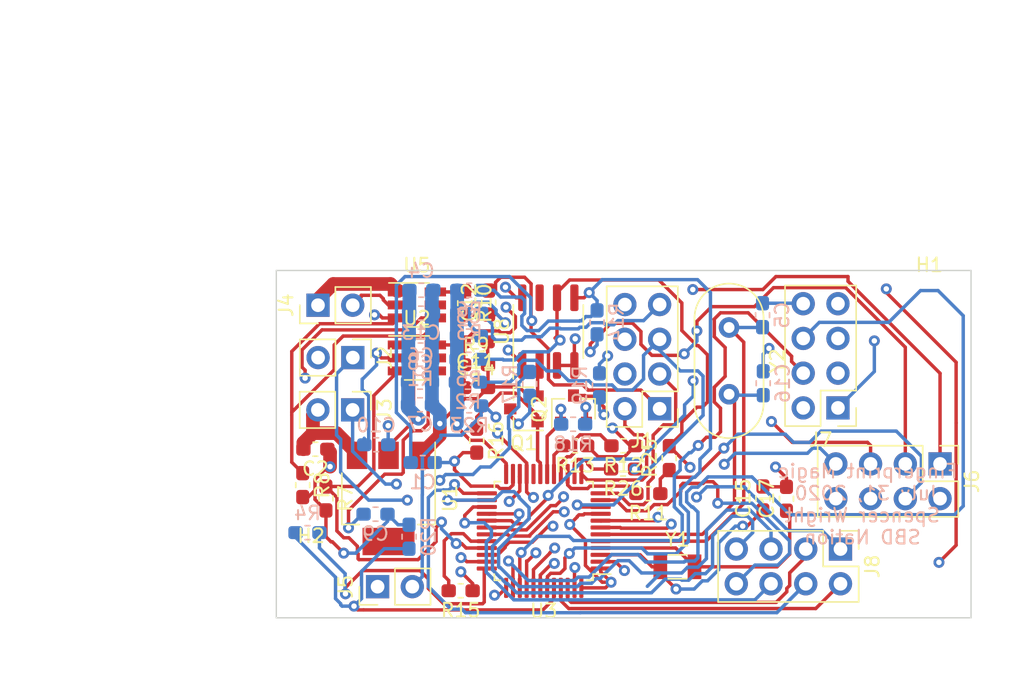
<source format=kicad_pcb>
(kicad_pcb (version 20171130) (host pcbnew "(5.1.6-0-10_14)")
  (layers (0 TOP signal) (1 GND signal hide) (2 POWER signal) (31 BOTTOM signal) (34 B.Paste user) (35 F.Paste user) (36 B.SilkS user) (37 F.SilkS user) (38 B.Mask user) (39 F.Mask user) (44 Edge.Cuts user))
  (net 0 "")
  (net 1 /FINGER_VCC)
  (net 2 GND)
  (net 3 +5V)
  (net 4 +3V3)
  (net 5 /XTAL1_HI)
  (net 6 "Net-(C9-Pad1)")
  (net 7 "Net-(C10-Pad1)")
  (net 8 /DISP_VCC)
  (net 9 /XTAL1)
  (net 10 /XTAL2_HI)
  (net 11 /XTAL2)
  (net 12 /USART2_RX_FROM_STM)
  (net 13 /USART2_TX_FROM_STM)
  (net 14 /INT2)
  (net 15 /INT1)
  (net 16 "Net-(J2-Pad1)")
  (net 17 "Net-(J3-Pad1)")
  (net 18 /RST)
  (net 19 /DISP_BUSY)
  (net 20 /DISP_RESET_N)
  (net 21 /DISP_DATA_CMD_CTRL)
  (net 22 "Net-(J6-Pad5)")
  (net 23 "Net-(J6-Pad4)")
  (net 24 "Net-(J6-Pad3)")
  (net 25 /SWDIO)
  (net 26 /SWCLK)
  (net 27 /SWO)
  (net 28 /NJTRST)
  (net 29 /TDI)
  (net 30 /FINGER_IO)
  (net 31 /KEYPAD_C4)
  (net 32 /KEYPAD_C3)
  (net 33 /KEYPAD_C2)
  (net 34 /KEYPAD_C1)
  (net 35 /KEYPAD_R4)
  (net 36 /KEYPAD_R3)
  (net 37 /KEYPAD_R2)
  (net 38 /KEYPAD_R1)
  (net 39 "Net-(Q1-Pad3)")
  (net 40 /GRN_LED)
  (net 41 /RED_LED)
  (net 42 "Net-(Q2-Pad3)")
  (net 43 /I2C1_SCL)
  (net 44 /I2C1_SDA)
  (net 45 /DISP_PWR_ON)
  (net 46 /FINGER_PWR_ON)
  (net 47 /SPI1_SCK)
  (net 48 /SPI1_MISO)
  (net 49 /SPI1_MOSI)
  (net 50 /DISP_CSN_BACKUP)
  (net 51 /SPI1_NSS)
  (net 52 "Net-(U3-Pad20)")
  (net 53 "Net-(U8-Pad7)")
  (net 54 "Net-(R20-Pad1)")
  (module Package_QFP:LQFP-48_7x7mm_P0.5mm (layer TOP) (at 128.775 74.925 180)
    (fp_text reference U3 (at 0 -5.85) (layer F.SilkS))
    (fp_text value STM32L433CCTx)
    (pad 1 smd roundrect (at -4.1625 -2.75 180) (size 1.475 0.3) (layers TOP F.Paste F.Mask) (net 4 +3V3))
    (pad 2 smd roundrect (at -4.1625 -2.25 180) (size 1.475 0.3) (layers TOP F.Paste F.Mask) (net 15 /INT1))
    (pad 3 smd roundrect (at -4.1625 -1.75 180) (size 1.475 0.3) (layers TOP F.Paste F.Mask) (net 9 /XTAL1))
    (pad 4 smd roundrect (at -4.1625 -1.25 180) (size 1.475 0.3) (layers TOP F.Paste F.Mask) (net 11 /XTAL2))
    (pad 5 smd roundrect (at -4.1625 -0.75 180) (size 1.475 0.3) (layers TOP F.Paste F.Mask) (net 5 /XTAL1_HI))
    (pad 6 smd roundrect (at -4.1625 -0.25 180) (size 1.475 0.3) (layers TOP F.Paste F.Mask) (net 10 /XTAL2_HI))
    (pad 7 smd roundrect (at -4.1625 0.25 180) (size 1.475 0.3) (layers TOP F.Paste F.Mask) (net 18 /RST))
    (pad 8 smd roundrect (at -4.1625 0.75 180) (size 1.475 0.3) (layers TOP F.Paste F.Mask) (net 2 GND))
    (pad 9 smd roundrect (at -4.1625 1.25 180) (size 1.475 0.3) (layers TOP F.Paste F.Mask) (net 4 +3V3))
    (pad 10 smd roundrect (at -4.1625 1.75 180) (size 1.475 0.3) (layers TOP F.Paste F.Mask) (net 14 /INT2))
    (pad 11 smd roundrect (at -4.1625 2.25 180) (size 1.475 0.3) (layers TOP F.Paste F.Mask) (net 31 /KEYPAD_C4))
    (pad 12 smd roundrect (at -4.1625 2.75 180) (size 1.475 0.3) (layers TOP F.Paste F.Mask) (net 13 /USART2_TX_FROM_STM))
    (pad 13 smd roundrect (at -2.75 4.1625 180) (size 0.3 1.475) (layers TOP F.Paste F.Mask) (net 12 /USART2_RX_FROM_STM))
    (pad 14 smd roundrect (at -2.25 4.1625 180) (size 0.3 1.475) (layers TOP F.Paste F.Mask) (net 51 /SPI1_NSS))
    (pad 15 smd roundrect (at -1.75 4.1625 180) (size 0.3 1.475) (layers TOP F.Paste F.Mask) (net 47 /SPI1_SCK))
    (pad 16 smd roundrect (at -1.25 4.1625 180) (size 0.3 1.475) (layers TOP F.Paste F.Mask) (net 48 /SPI1_MISO))
    (pad 17 smd roundrect (at -0.75 4.1625 180) (size 0.3 1.475) (layers TOP F.Paste F.Mask) (net 49 /SPI1_MOSI))
    (pad 18 smd roundrect (at -0.25 4.1625 180) (size 0.3 1.475) (layers TOP F.Paste F.Mask) (net 41 /RED_LED))
    (pad 19 smd roundrect (at 0.25 4.1625 180) (size 0.3 1.475) (layers TOP F.Paste F.Mask) (net 40 /GRN_LED))
    (pad 20 smd roundrect (at 0.75 4.1625 180) (size 0.3 1.475) (layers TOP F.Paste F.Mask) (net 52 "Net-(U3-Pad20)"))
    (pad 21 smd roundrect (at 1.25 4.1625 180) (size 0.3 1.475) (layers TOP F.Paste F.Mask) (net 46 /FINGER_PWR_ON))
    (pad 22 smd roundrect (at 1.75 4.1625 180) (size 0.3 1.475) (layers TOP F.Paste F.Mask) (net 30 /FINGER_IO))
    (pad 23 smd roundrect (at 2.25 4.1625 180) (size 0.3 1.475) (layers TOP F.Paste F.Mask) (net 2 GND))
    (pad 24 smd roundrect (at 2.75 4.1625 180) (size 0.3 1.475) (layers TOP F.Paste F.Mask) (net 4 +3V3))
    (pad 25 smd roundrect (at 4.1625 2.75 180) (size 1.475 0.3) (layers TOP F.Paste F.Mask) (net 35 /KEYPAD_R4))
    (pad 26 smd roundrect (at 4.1625 2.25 180) (size 1.475 0.3) (layers TOP F.Paste F.Mask) (net 34 /KEYPAD_C1))
    (pad 27 smd roundrect (at 4.1625 1.75 180) (size 1.475 0.3) (layers TOP F.Paste F.Mask) (net 33 /KEYPAD_C2))
    (pad 28 smd roundrect (at 4.1625 1.25 180) (size 1.475 0.3) (layers TOP F.Paste F.Mask) (net 32 /KEYPAD_C3))
    (pad 29 smd roundrect (at 4.1625 0.75 180) (size 1.475 0.3) (layers TOP F.Paste F.Mask) (net 21 /DISP_DATA_CMD_CTRL))
    (pad 30 smd roundrect (at 4.1625 0.25 180) (size 1.475 0.3) (layers TOP F.Paste F.Mask) (net 20 /DISP_RESET_N))
    (pad 31 smd roundrect (at 4.1625 -0.25 180) (size 1.475 0.3) (layers TOP F.Paste F.Mask) (net 19 /DISP_BUSY))
    (pad 32 smd roundrect (at 4.1625 -0.75 180) (size 1.475 0.3) (layers TOP F.Paste F.Mask) (net 50 /DISP_CSN_BACKUP))
    (pad 33 smd roundrect (at 4.1625 -1.25 180) (size 1.475 0.3) (layers TOP F.Paste F.Mask) (net 45 /DISP_PWR_ON))
    (pad 34 smd roundrect (at 4.1625 -1.75 180) (size 1.475 0.3) (layers TOP F.Paste F.Mask) (net 25 /SWDIO))
    (pad 35 smd roundrect (at 4.1625 -2.25 180) (size 1.475 0.3) (layers TOP F.Paste F.Mask) (net 2 GND))
    (pad 36 smd roundrect (at 4.1625 -2.75 180) (size 1.475 0.3) (layers TOP F.Paste F.Mask) (net 4 +3V3))
    (pad 37 smd roundrect (at 2.75 -4.1625 180) (size 0.3 1.475) (layers TOP F.Paste F.Mask) (net 26 /SWCLK))
    (pad 38 smd roundrect (at 2.25 -4.1625 180) (size 0.3 1.475) (layers TOP F.Paste F.Mask) (net 29 /TDI))
    (pad 39 smd roundrect (at 1.75 -4.1625 180) (size 0.3 1.475) (layers TOP F.Paste F.Mask) (net 27 /SWO))
    (pad 40 smd roundrect (at 1.25 -4.1625 180) (size 0.3 1.475) (layers TOP F.Paste F.Mask) (net 28 /NJTRST))
    (pad 41 smd roundrect (at 0.75 -4.1625 180) (size 0.3 1.475) (layers TOP F.Paste F.Mask) (net 38 /KEYPAD_R1))
    (pad 42 smd roundrect (at 0.25 -4.1625 180) (size 0.3 1.475) (layers TOP F.Paste F.Mask) (net 43 /I2C1_SCL))
    (pad 43 smd roundrect (at -0.25 -4.1625 180) (size 0.3 1.475) (layers TOP F.Paste F.Mask) (net 44 /I2C1_SDA))
    (pad 44 smd roundrect (at -0.75 -4.1625 180) (size 0.3 1.475) (layers TOP F.Paste F.Mask) (net 54 "Net-(R20-Pad1)"))
    (pad 45 smd roundrect (at -1.25 -4.1625 180) (size 0.3 1.475) (layers TOP F.Paste F.Mask) (net 37 /KEYPAD_R2))
    (pad 46 smd roundrect (at -1.75 -4.1625 180) (size 0.3 1.475) (layers TOP F.Paste F.Mask) (net 36 /KEYPAD_R3))
    (pad 47 smd roundrect (at -2.25 -4.1625 180) (size 0.3 1.475) (layers TOP F.Paste F.Mask) (net 2 GND))
    (pad 48 smd roundrect (at -2.75 -4.1625 180) (size 0.3 1.475) (layers TOP F.Paste F.Mask) (net 4 +3V3))
  )
  (module Capacitor_SMD:C_0603_1608Metric_Pad1.05x0.95mm_HandSolder (layer BOTTOM) (at 119.925 69.925)
    (fp_text reference C1 (at 0 1.43) (layer B.SilkS) (effects (justify mirror)))
    (fp_text value 1u)
    (pad 1 smd roundrect (at -0.875 0) (size 1.05 0.95) (layers BOTTOM B.Paste B.Mask) (net 1 /FINGER_VCC))
    (pad 2 smd roundrect (at 0.875 0) (size 1.05 0.95) (layers BOTTOM B.Paste B.Mask) (net 2 GND))
  )
  (module Capacitor_SMD:C_0603_1608Metric_Pad1.05x0.95mm_HandSolder (layer BOTTOM) (at 119.825 57.325 180)
    (fp_text reference C4 (at 0 1.43) (layer B.SilkS) (effects (justify mirror)))
    (fp_text value 1u)
    (pad 1 smd roundrect (at -0.875 0 180) (size 1.05 0.95) (layers BOTTOM B.Paste B.Mask) (net 2 GND))
    (pad 2 smd roundrect (at 0.875 0 180) (size 1.05 0.95) (layers BOTTOM B.Paste B.Mask) (net 4 +3V3))
  )
  (module Capacitor_SMD:C_0603_1608Metric_Pad1.05x0.95mm_HandSolder (layer BOTTOM) (at 119.775 60.675)
    (fp_text reference C6 (at 0 1.43) (layer B.SilkS) (effects (justify mirror)))
    (fp_text value 1u)
    (pad 2 smd roundrect (at 0.875 0) (size 1.05 0.95) (layers BOTTOM B.Paste B.Mask) (net 2 GND))
    (pad 1 smd roundrect (at -0.875 0) (size 1.05 0.95) (layers BOTTOM B.Paste B.Mask) (net 4 +3V3))
  )
  (module Capacitor_SMD:C_0603_1608Metric_Pad1.05x0.95mm_HandSolder (layer BOTTOM) (at 119.725 65.7)
    (fp_text reference C7 (at 0 1.43) (layer B.SilkS) (effects (justify mirror)))
    (fp_text value 1u)
    (pad 1 smd roundrect (at -0.875 0) (size 1.05 0.95) (layers BOTTOM B.Paste B.Mask) (net 4 +3V3))
    (pad 2 smd roundrect (at 0.875 0) (size 1.05 0.95) (layers BOTTOM B.Paste B.Mask) (net 2 GND))
  )
  (module Capacitor_SMD:C_0603_1608Metric_Pad1.05x0.95mm_HandSolder (layer BOTTOM) (at 119.725 64.05 180)
    (fp_text reference C8 (at 0 1.43) (layer B.SilkS) (effects (justify mirror)))
    (fp_text value 1u)
    (pad 1 smd roundrect (at -0.875 0 180) (size 1.05 0.95) (layers BOTTOM B.Paste B.Mask) (net 2 GND))
    (pad 2 smd roundrect (at 0.875 0 180) (size 1.05 0.95) (layers BOTTOM B.Paste B.Mask) (net 4 +3V3))
  )
  (module Capacitor_SMD:C_0603_1608Metric_Pad1.05x0.95mm_HandSolder (layer BOTTOM) (at 116.475 73.7)
    (fp_text reference C9 (at 0 1.43) (layer B.SilkS) (effects (justify mirror)))
    (fp_text value 220p)
    (pad 1 smd roundrect (at -0.875 0) (size 1.05 0.95) (layers BOTTOM B.Paste B.Mask) (net 6 "Net-(C9-Pad1)"))
    (pad 2 smd roundrect (at 0.875 0) (size 1.05 0.95) (layers BOTTOM B.Paste B.Mask) (net 2 GND))
  )
  (module Capacitor_SMD:C_0603_1608Metric_Pad1.05x0.95mm_HandSolder (layer BOTTOM) (at 116.525 68.625 180)
    (fp_text reference C10 (at 0 1.43) (layer B.SilkS) (effects (justify mirror)))
    (fp_text value 220p)
    (pad 2 smd roundrect (at 0.875 0 180) (size 1.05 0.95) (layers BOTTOM B.Paste B.Mask) (net 2 GND))
    (pad 1 smd roundrect (at -0.875 0 180) (size 1.05 0.95) (layers BOTTOM B.Paste B.Mask) (net 7 "Net-(C10-Pad1)"))
  )
  (module Capacitor_SMD:C_0603_1608Metric_Pad1.05x0.95mm_HandSolder (layer BOTTOM) (at 119.8 59)
    (fp_text reference C13 (at 0 1.43) (layer B.SilkS) (effects (justify mirror)))
    (fp_text value 1u)
    (pad 2 smd roundrect (at 0.875 0) (size 1.05 0.95) (layers BOTTOM B.Paste B.Mask) (net 2 GND))
    (pad 1 smd roundrect (at -0.875 0) (size 1.05 0.95) (layers BOTTOM B.Paste B.Mask) (net 4 +3V3))
  )
  (module Capacitor_SMD:C_0603_1608Metric_Pad1.05x0.95mm_HandSolder (layer TOP) (at 123.825 64.45)
    (fp_text reference C14 (at 0 -1.43) (layer F.SilkS))
    (fp_text value 1u)
    (pad 2 smd roundrect (at 0.875 0) (size 1.05 0.95) (layers TOP F.Paste F.Mask) (net 2 GND))
    (pad 1 smd roundrect (at -0.875 0) (size 1.05 0.95) (layers TOP F.Paste F.Mask) (net 8 /DISP_VCC))
  )
  (module MountingHole:MountingHole_2mm (layer TOP) (at 156.972 58.674)
    (fp_text reference H1 (at 0 -3.2) (layer F.SilkS))
    (fp_text value MountingHole_Pad)
    (pad "" np_thru_hole circle (at 0 0) (size 2 2) (drill 2) (layers *.Cu *.Mask))
  )
  (module MountingHole:MountingHole_2mm (layer TOP) (at 111.76 78.486)
    (fp_text reference H2 (at 0 -3.2) (layer F.SilkS))
    (fp_text value MountingHole_Pad)
    (pad "" np_thru_hole circle (at 0 0) (size 2 2) (drill 2) (layers *.Cu *.Mask))
  )
  (module Connector_PinHeader_2.54mm:PinHeader_2x04_P2.54mm_Vertical (layer TOP) (at 137.2489 65.99174 180)
    (fp_text reference J1 (at 1.27 -2.33) (layer F.SilkS))
    (fp_text value Conn_01x08_Male)
    (pad 1 thru_hole rect (at 0 0 180) (size 1.7 1.7) (drill 1) (layers *.Cu *.Mask) (net 1 /FINGER_VCC))
    (pad 2 thru_hole oval (at 2.54 0 180) (size 1.7 1.7) (drill 1) (layers *.Cu *.Mask) (net 12 /USART2_RX_FROM_STM))
    (pad 3 thru_hole oval (at 0 2.54 180) (size 1.7 1.7) (drill 1) (layers *.Cu *.Mask) (net 13 /USART2_TX_FROM_STM))
    (pad 4 thru_hole oval (at 2.54 2.54 180) (size 1.7 1.7) (drill 1) (layers *.Cu *.Mask) (net 2 GND))
    (pad 5 thru_hole oval (at 0 5.08 180) (size 1.7 1.7) (drill 1) (layers *.Cu *.Mask) (net 14 /INT2))
    (pad 6 thru_hole oval (at 2.54 5.08 180) (size 1.7 1.7) (drill 1) (layers *.Cu *.Mask) (net 2 GND))
    (pad 7 thru_hole oval (at 0 7.62 180) (size 1.7 1.7) (drill 1) (layers *.Cu *.Mask) (net 15 /INT1))
    (pad 8 thru_hole oval (at 2.54 7.62 180) (size 1.7 1.7) (drill 1) (layers *.Cu *.Mask) (net 2 GND))
  )
  (module Connector_PinHeader_2.54mm:PinHeader_1x02_P2.54mm_Vertical (layer TOP) (at 114.815 62.25 270)
    (fp_text reference J2 (at 0 -2.33 90) (layer F.SilkS))
    (fp_text value Conn_01x02_Male)
    (pad 2 thru_hole oval (at 0 2.54 270) (size 1.7 1.7) (drill 1) (layers *.Cu *.Mask) (net 3 +5V))
    (pad 1 thru_hole rect (at 0 0 270) (size 1.7 1.7) (drill 1) (layers *.Cu *.Mask) (net 16 "Net-(J2-Pad1)"))
  )
  (module Connector_PinHeader_2.54mm:PinHeader_1x02_P2.54mm_Vertical (layer TOP) (at 114.8 66.075 270)
    (fp_text reference J3 (at 0 -2.33 90) (layer F.SilkS))
    (fp_text value Conn_01x02_Male)
    (pad 1 thru_hole rect (at 0 0 270) (size 1.7 1.7) (drill 1) (layers *.Cu *.Mask) (net 17 "Net-(J3-Pad1)"))
    (pad 2 thru_hole oval (at 0 2.54 270) (size 1.7 1.7) (drill 1) (layers *.Cu *.Mask) (net 3 +5V))
  )
  (module Connector_PinHeader_2.54mm:PinHeader_1x02_P2.54mm_Vertical (layer TOP) (at 112.268 58.42 90)
    (fp_text reference J4 (at 0 -2.33 90) (layer F.SilkS))
    (fp_text value Conn_01x02_Male)
    (pad 2 thru_hole oval (at 0 2.54 90) (size 1.7 1.7) (drill 1) (layers *.Cu *.Mask) (net 2 GND))
    (pad 1 thru_hole rect (at 0 0 90) (size 1.7 1.7) (drill 1) (layers *.Cu *.Mask) (net 3 +5V))
  )
  (module Connector_PinHeader_2.54mm:PinHeader_1x02_P2.54mm_Vertical (layer TOP) (at 116.625 79 90)
    (fp_text reference J5 (at 0 -2.33 90) (layer F.SilkS))
    (fp_text value Conn_01x02_Male)
    (pad 1 thru_hole rect (at 0 0 90) (size 1.7 1.7) (drill 1) (layers *.Cu *.Mask) (net 2 GND))
    (pad 2 thru_hole oval (at 0 2.54 90) (size 1.7 1.7) (drill 1) (layers *.Cu *.Mask) (net 18 /RST))
  )
  (module Connector_PinHeader_2.54mm:PinHeader_2x04_P2.54mm_Vertical (layer TOP) (at 157.755 70.025 270)
    (fp_text reference J6 (at 1.27 -2.33 90) (layer F.SilkS))
    (fp_text value Conn_01x08_Male)
    (pad 8 thru_hole oval (at 2.54 7.62 270) (size 1.7 1.7) (drill 1) (layers *.Cu *.Mask) (net 19 /DISP_BUSY))
    (pad 7 thru_hole oval (at 0 7.62 270) (size 1.7 1.7) (drill 1) (layers *.Cu *.Mask) (net 20 /DISP_RESET_N))
    (pad 6 thru_hole oval (at 2.54 5.08 270) (size 1.7 1.7) (drill 1) (layers *.Cu *.Mask) (net 21 /DISP_DATA_CMD_CTRL))
    (pad 5 thru_hole oval (at 0 5.08 270) (size 1.7 1.7) (drill 1) (layers *.Cu *.Mask) (net 22 "Net-(J6-Pad5)"))
    (pad 4 thru_hole oval (at 2.54 2.54 270) (size 1.7 1.7) (drill 1) (layers *.Cu *.Mask) (net 23 "Net-(J6-Pad4)"))
    (pad 3 thru_hole oval (at 0 2.54 270) (size 1.7 1.7) (drill 1) (layers *.Cu *.Mask) (net 24 "Net-(J6-Pad3)"))
    (pad 2 thru_hole oval (at 2.54 0 270) (size 1.7 1.7) (drill 1) (layers *.Cu *.Mask) (net 2 GND))
    (pad 1 thru_hole rect (at 0 0 270) (size 1.7 1.7) (drill 1) (layers *.Cu *.Mask) (net 8 /DISP_VCC))
  )
  (module Connector_PinHeader_2.54mm:PinHeader_2x04_P2.54mm_Vertical (layer TOP) (at 150.29 65.93 180)
    (fp_text reference J7 (at 1.27 -2.33) (layer F.SilkS))
    (fp_text value Conn_01x08_Male)
    (pad 1 thru_hole rect (at 0 0 180) (size 1.7 1.7) (drill 1) (layers *.Cu *.Mask) (net 4 +3V3))
    (pad 2 thru_hole oval (at 2.54 0 180) (size 1.7 1.7) (drill 1) (layers *.Cu *.Mask) (net 25 /SWDIO))
    (pad 3 thru_hole oval (at 0 2.54 180) (size 1.7 1.7) (drill 1) (layers *.Cu *.Mask) (net 26 /SWCLK))
    (pad 4 thru_hole oval (at 2.54 2.54 180) (size 1.7 1.7) (drill 1) (layers *.Cu *.Mask) (net 27 /SWO))
    (pad 5 thru_hole oval (at 0 5.08 180) (size 1.7 1.7) (drill 1) (layers *.Cu *.Mask) (net 28 /NJTRST))
    (pad 6 thru_hole oval (at 2.54 5.08 180) (size 1.7 1.7) (drill 1) (layers *.Cu *.Mask) (net 29 /TDI))
    (pad 7 thru_hole oval (at 0 7.62 180) (size 1.7 1.7) (drill 1) (layers *.Cu *.Mask) (net 30 /FINGER_IO))
    (pad 8 thru_hole oval (at 2.54 7.62 180) (size 1.7 1.7) (drill 1) (layers *.Cu *.Mask) (net 2 GND))
  )
  (module Connector_PinHeader_2.54mm:PinHeader_2x04_P2.54mm_Vertical (layer TOP) (at 150.475 76.25 270)
    (fp_text reference J8 (at 1.27 -2.33 90) (layer F.SilkS))
    (fp_text value Conn_01x08_Male)
    (pad 8 thru_hole oval (at 2.54 7.62 270) (size 1.7 1.7) (drill 1) (layers *.Cu *.Mask) (net 31 /KEYPAD_C4))
    (pad 7 thru_hole oval (at 0 7.62 270) (size 1.7 1.7) (drill 1) (layers *.Cu *.Mask) (net 32 /KEYPAD_C3))
    (pad 6 thru_hole oval (at 2.54 5.08 270) (size 1.7 1.7) (drill 1) (layers *.Cu *.Mask) (net 33 /KEYPAD_C2))
    (pad 5 thru_hole oval (at 0 5.08 270) (size 1.7 1.7) (drill 1) (layers *.Cu *.Mask) (net 34 /KEYPAD_C1))
    (pad 4 thru_hole oval (at 2.54 2.54 270) (size 1.7 1.7) (drill 1) (layers *.Cu *.Mask) (net 35 /KEYPAD_R4))
    (pad 3 thru_hole oval (at 0 2.54 270) (size 1.7 1.7) (drill 1) (layers *.Cu *.Mask) (net 36 /KEYPAD_R3))
    (pad 2 thru_hole oval (at 2.54 0 270) (size 1.7 1.7) (drill 1) (layers *.Cu *.Mask) (net 37 /KEYPAD_R2))
    (pad 1 thru_hole rect (at 0 0 270) (size 1.7 1.7) (drill 1) (layers *.Cu *.Mask) (net 38 /KEYPAD_R1))
  )
  (module Package_TO_SOT_SMD:SOT-23 (layer TOP) (at 127.325 66 180)
    (fp_text reference Q1 (at 0 -2.5) (layer F.SilkS))
    (fp_text value BSS138)
    (pad 3 smd rect (at 1 0 180) (size 0.9 0.8) (layers TOP F.Paste F.Mask) (net 39 "Net-(Q1-Pad3)"))
    (pad 2 smd rect (at -1 0.95 180) (size 0.9 0.8) (layers TOP F.Paste F.Mask) (net 2 GND))
    (pad 1 smd rect (at -1 -0.95 180) (size 0.9 0.8) (layers TOP F.Paste F.Mask) (net 40 /GRN_LED))
  )
  (module Package_TO_SOT_SMD:SOT-23 (layer TOP) (at 130.95 66.025 90)
    (fp_text reference Q2 (at 0 -2.5 90) (layer F.SilkS))
    (fp_text value BSS138)
    (pad 1 smd rect (at -1 -0.95 90) (size 0.9 0.8) (layers TOP F.Paste F.Mask) (net 41 /RED_LED))
    (pad 2 smd rect (at -1 0.95 90) (size 0.9 0.8) (layers TOP F.Paste F.Mask) (net 2 GND))
    (pad 3 smd rect (at 1 0 90) (size 0.9 0.8) (layers TOP F.Paste F.Mask) (net 42 "Net-(Q2-Pad3)"))
  )
  (module Resistor_SMD:R_0603_1608Metric_Pad1.05x0.95mm_HandSolder (layer BOTTOM) (at 119.75 62.375)
    (fp_text reference R1 (at 0 1.43) (layer B.SilkS) (effects (justify mirror)))
    (fp_text value 1M)
    (pad 2 smd roundrect (at 0.875 0) (size 1.05 0.95) (layers BOTTOM B.Paste B.Mask) (net 2 GND))
    (pad 1 smd roundrect (at -0.875 0) (size 1.05 0.95) (layers BOTTOM B.Paste B.Mask) (net 4 +3V3))
  )
  (module Capacitor_SMD:C_0603_1608Metric_Pad1.05x0.95mm_HandSolder (layer BOTTOM) (at 123.225 64.05)
    (fp_text reference R2 (at 0 1.43) (layer B.SilkS) (effects (justify mirror)))
    (fp_text value 10k)
    (pad 1 smd roundrect (at -0.875 0) (size 1.05 0.95) (layers BOTTOM B.Paste B.Mask) (net 4 +3V3))
    (pad 2 smd roundrect (at 0.875 0) (size 1.05 0.95) (layers BOTTOM B.Paste B.Mask) (net 14 /INT2))
  )
  (module Capacitor_SMD:C_0603_1608Metric_Pad1.05x0.95mm_HandSolder (layer BOTTOM) (at 123.325 59)
    (fp_text reference R3 (at 0 1.43) (layer B.SilkS) (effects (justify mirror)))
    (fp_text value 10k)
    (pad 2 smd roundrect (at 0.875 0) (size 1.05 0.95) (layers BOTTOM B.Paste B.Mask) (net 15 /INT1))
    (pad 1 smd roundrect (at -0.875 0) (size 1.05 0.95) (layers BOTTOM B.Paste B.Mask) (net 4 +3V3))
  )
  (module Resistor_SMD:R_0603_1608Metric_Pad1.05x0.95mm_HandSolder (layer BOTTOM) (at 123.275 62.375)
    (fp_text reference R5 (at 0 1.43) (layer B.SilkS) (effects (justify mirror)))
    (fp_text value 10k)
    (pad 1 smd roundrect (at -0.875 0) (size 1.05 0.95) (layers BOTTOM B.Paste B.Mask) (net 4 +3V3))
    (pad 2 smd roundrect (at 0.875 0) (size 1.05 0.95) (layers BOTTOM B.Paste B.Mask) (net 43 /I2C1_SCL))
  )
  (module Resistor_SMD:R_0603_1608Metric_Pad1.05x0.95mm_HandSolder (layer BOTTOM) (at 123.325 57.325)
    (fp_text reference R6 (at 0 1.43) (layer B.SilkS) (effects (justify mirror)))
    (fp_text value 10k)
    (pad 1 smd roundrect (at -0.875 0) (size 1.05 0.95) (layers BOTTOM B.Paste B.Mask) (net 4 +3V3))
    (pad 2 smd roundrect (at 0.875 0) (size 1.05 0.95) (layers BOTTOM B.Paste B.Mask) (net 44 /I2C1_SDA))
  )
  (module Resistor_SMD:R_0603_1608Metric_Pad1.05x0.95mm_HandSolder (layer TOP) (at 112.85 72.55 270)
    (fp_text reference R7 (at 0 -1.43 270) (layer F.SilkS))
    (fp_text value 1M)
    (pad 2 smd roundrect (at 0.875 0 270) (size 1.05 0.95) (layers TOP F.Paste F.Mask) (net 2 GND))
    (pad 1 smd roundrect (at -0.875 0 270) (size 1.05 0.95) (layers TOP F.Paste F.Mask) (net 45 /DISP_PWR_ON))
  )
  (module Resistor_SMD:R_0603_1608Metric_Pad1.05x0.95mm_HandSolder (layer TOP) (at 111.15 71.575 270)
    (fp_text reference R8 (at 0 -1.43 90) (layer F.SilkS))
    (fp_text value 1M)
    (pad 1 smd roundrect (at -0.875 0 270) (size 1.05 0.95) (layers TOP F.Paste F.Mask) (net 46 /FINGER_PWR_ON))
    (pad 2 smd roundrect (at 0.875 0 270) (size 1.05 0.95) (layers TOP F.Paste F.Mask) (net 2 GND))
  )
  (module Resistor_SMD:R_0603_1608Metric_Pad1.05x0.95mm_HandSolder (layer TOP) (at 123.825 62.775)
    (fp_text reference R9 (at 0 -1.43) (layer F.SilkS))
    (fp_text value DNI)
    (pad 1 smd roundrect (at -0.875 0) (size 1.05 0.95) (layers TOP F.Paste F.Mask) (net 8 /DISP_VCC))
    (pad 2 smd roundrect (at 0.875 0) (size 1.05 0.95) (layers TOP F.Paste F.Mask) (net 2 GND))
  )
  (module Resistor_SMD:R_0603_1608Metric_Pad1.05x0.95mm_HandSolder (layer TOP) (at 123 58.275 270)
    (fp_text reference R10 (at 0 -1.43 90) (layer F.SilkS))
    (fp_text value DNI)
    (pad 2 smd roundrect (at 0.875 0 270) (size 1.05 0.95) (layers TOP F.Paste F.Mask) (net 2 GND))
    (pad 1 smd roundrect (at -0.875 0 270) (size 1.05 0.95) (layers TOP F.Paste F.Mask) (net 1 /FINGER_VCC))
  )
  (module Resistor_SMD:R_0603_1608Metric_Pad1.05x0.95mm_HandSolder (layer TOP) (at 136.425 72.2 180)
    (fp_text reference R11 (at 0 -1.43) (layer F.SilkS))
    (fp_text value 0)
    (pad 2 smd roundrect (at 0.875 0 180) (size 1.05 0.95) (layers TOP F.Paste F.Mask) (net 47 /SPI1_SCK))
    (pad 1 smd roundrect (at -0.875 0 180) (size 1.05 0.95) (layers TOP F.Paste F.Mask) (net 23 "Net-(J6-Pad4)"))
  )
  (module Resistor_SMD:R_0603_1608Metric_Pad1.05x0.95mm_HandSolder (layer TOP) (at 134.6 68.7 180)
    (fp_text reference R12 (at 0 -1.43) (layer F.SilkS))
    (fp_text value DNI)
    (pad 1 smd roundrect (at -0.875 0 180) (size 1.05 0.95) (layers TOP F.Paste F.Mask) (net 24 "Net-(J6-Pad3)"))
    (pad 2 smd roundrect (at 0.875 0 180) (size 1.05 0.95) (layers TOP F.Paste F.Mask) (net 48 /SPI1_MISO))
  )
  (module Resistor_SMD:R_0603_1608Metric_Pad1.05x0.95mm_HandSolder (layer TOP) (at 131.075 68.7 180)
    (fp_text reference R13 (at 0 -1.43) (layer F.SilkS))
    (fp_text value 0)
    (pad 2 smd roundrect (at 0.875 0 180) (size 1.05 0.95) (layers TOP F.Paste F.Mask) (net 49 /SPI1_MOSI))
    (pad 1 smd roundrect (at -0.875 0 180) (size 1.05 0.95) (layers TOP F.Paste F.Mask) (net 24 "Net-(J6-Pad3)"))
  )
  (module Resistor_SMD:R_0603_1608Metric_Pad1.05x0.95mm_HandSolder (layer BOTTOM) (at 132.675 59.675 90)
    (fp_text reference R14 (at 0 1.43 90) (layer B.SilkS) (effects (justify mirror)))
    (fp_text value DNI)
    (pad 1 smd roundrect (at -0.875 0 90) (size 1.05 0.95) (layers BOTTOM B.Paste B.Mask) (net 24 "Net-(J6-Pad3)"))
    (pad 2 smd roundrect (at 0.875 0 90) (size 1.05 0.95) (layers BOTTOM B.Paste B.Mask) (net 44 /I2C1_SDA))
  )
  (module Resistor_SMD:R_0603_1608Metric_Pad1.05x0.95mm_HandSolder (layer TOP) (at 122.7 79.3 180)
    (fp_text reference R15 (at 0 -1.43) (layer F.SilkS))
    (fp_text value DNI)
    (pad 2 smd roundrect (at 0.875 0 180) (size 1.05 0.95) (layers TOP F.Paste F.Mask) (net 50 /DISP_CSN_BACKUP))
    (pad 1 smd roundrect (at -0.875 0 180) (size 1.05 0.95) (layers TOP F.Paste F.Mask) (net 22 "Net-(J6-Pad5)"))
  )
  (module Resistor_SMD:R_0603_1608Metric_Pad1.05x0.95mm_HandSolder (layer TOP) (at 123.875 68.325 270)
    (fp_text reference R16 (at 0 -1.43 90) (layer F.SilkS))
    (fp_text value 1M)
    (pad 1 smd roundrect (at -0.875 0 270) (size 1.05 0.95) (layers TOP F.Paste F.Mask) (net 40 /GRN_LED))
    (pad 2 smd roundrect (at 0.875 0 270) (size 1.05 0.95) (layers TOP F.Paste F.Mask) (net 2 GND))
  )
  (module Resistor_SMD:R_0603_1608Metric_Pad1.05x0.95mm_HandSolder (layer BOTTOM) (at 127.75 64.175 270)
    (fp_text reference R17 (at 0 1.43 270) (layer B.SilkS) (effects (justify mirror)))
    (fp_text value 100)
    (pad 1 smd roundrect (at -0.875 0 270) (size 1.05 0.95) (layers BOTTOM B.Paste B.Mask) (net 16 "Net-(J2-Pad1)"))
    (pad 2 smd roundrect (at 0.875 0 270) (size 1.05 0.95) (layers BOTTOM B.Paste B.Mask) (net 39 "Net-(Q1-Pad3)"))
  )
  (module Resistor_SMD:R_0603_1608Metric_Pad1.05x0.95mm_HandSolder (layer BOTTOM) (at 130.925 67.125)
    (fp_text reference R18 (at 0 1.43) (layer B.SilkS) (effects (justify mirror)))
    (fp_text value 1M)
    (pad 1 smd roundrect (at -0.875 0) (size 1.05 0.95) (layers BOTTOM B.Paste B.Mask) (net 41 /RED_LED))
    (pad 2 smd roundrect (at 0.875 0) (size 1.05 0.95) (layers BOTTOM B.Paste B.Mask) (net 2 GND))
  )
  (module Resistor_SMD:R_0603_1608Metric_Pad1.05x0.95mm_HandSolder (layer BOTTOM) (at 132.85 64.275 270)
    (fp_text reference R19 (at 0 1.43 90) (layer B.SilkS) (effects (justify mirror)))
    (fp_text value 100)
    (pad 2 smd roundrect (at 0.875 0 270) (size 1.05 0.95) (layers BOTTOM B.Paste B.Mask) (net 42 "Net-(Q2-Pad3)"))
    (pad 1 smd roundrect (at -0.875 0 270) (size 1.05 0.95) (layers BOTTOM B.Paste B.Mask) (net 17 "Net-(J3-Pad1)"))
  )
  (module Resistor_SMD:R_0603_1608Metric_Pad1.05x0.95mm_HandSolder (layer BOTTOM) (at 123.325 65.775)
    (fp_text reference R23 (at 0 1.43) (layer B.SilkS) (effects (justify mirror)))
    (fp_text value 10k)
    (pad 2 smd roundrect (at 0.875 0) (size 1.05 0.95) (layers BOTTOM B.Paste B.Mask) (net 18 /RST))
    (pad 1 smd roundrect (at -0.875 0) (size 1.05 0.95) (layers BOTTOM B.Paste B.Mask) (net 4 +3V3))
  )
  (module Resistor_SMD:R_0603_1608Metric_Pad1.05x0.95mm_HandSolder (layer TOP) (at 137.95 69.6 90)
    (fp_text reference R25 (at 0 -1.43 90) (layer F.SilkS))
    (fp_text value DNI)
    (pad 2 smd roundrect (at 0.875 0 90) (size 1.05 0.95) (layers TOP F.Paste F.Mask) (net 43 /I2C1_SCL))
    (pad 1 smd roundrect (at -0.875 0 90) (size 1.05 0.95) (layers TOP F.Paste F.Mask) (net 23 "Net-(J6-Pad4)"))
  )
  (module Resistor_SMD:R_0603_1608Metric_Pad1.05x0.95mm_HandSolder (layer TOP) (at 134.575 70.4 180)
    (fp_text reference R26 (at 0 -1.43) (layer F.SilkS))
    (fp_text value 0)
    (pad 1 smd roundrect (at -0.875 0 180) (size 1.05 0.95) (layers TOP F.Paste F.Mask) (net 22 "Net-(J6-Pad5)"))
    (pad 2 smd roundrect (at 0.875 0 180) (size 1.05 0.95) (layers TOP F.Paste F.Mask) (net 51 /SPI1_NSS))
  )
  (module Package_TO_SOT_SMD:SOT-223 (layer TOP) (at 117.425 72.55 270)
    (fp_text reference U1 (at 0 -4.5 90) (layer F.SilkS))
    (fp_text value TLV1117-33)
    (pad 4 smd rect (at 3.15 0 270) (size 2 3.8) (layers TOP F.Paste F.Mask))
    (pad 2 smd rect (at -3.15 0 270) (size 2 1.5) (layers TOP F.Paste F.Mask) (net 4 +3V3))
    (pad 3 smd rect (at -3.15 2.3 270) (size 2 1.5) (layers TOP F.Paste F.Mask) (net 3 +5V))
    (pad 1 smd rect (at -3.15 -2.3 270) (size 2 1.5) (layers TOP F.Paste F.Mask) (net 2 GND))
  )
  (module Package_TO_SOT_SMD:SOT-23-6_Handsoldering (layer TOP) (at 119.5 62.275)
    (fp_text reference U2 (at 0 -2.9) (layer F.SilkS))
    (fp_text value TPS22918)
    (pad 5 smd rect (at 1.35 0) (size 1.56 0.65) (layers TOP F.Paste F.Mask) (net 8 /DISP_VCC))
    (pad 6 smd rect (at 1.35 -0.95) (size 1.56 0.65) (layers TOP F.Paste F.Mask) (net 8 /DISP_VCC))
    (pad 4 smd rect (at 1.35 0.95) (size 1.56 0.65) (layers TOP F.Paste F.Mask) (net 6 "Net-(C9-Pad1)"))
    (pad 3 smd rect (at -1.35 0.95) (size 1.56 0.65) (layers TOP F.Paste F.Mask) (net 45 /DISP_PWR_ON))
    (pad 2 smd rect (at -1.35 0) (size 1.56 0.65) (layers TOP F.Paste F.Mask) (net 2 GND))
    (pad 1 smd rect (at -1.35 -0.95) (size 1.56 0.65) (layers TOP F.Paste F.Mask) (net 4 +3V3))
  )
  (module Package_TO_SOT_SMD:SOT-23-6_Handsoldering (layer TOP) (at 119.5 58.4)
    (fp_text reference U5 (at 0 -2.9) (layer F.SilkS))
    (fp_text value TPS22918)
    (pad 1 smd rect (at -1.35 -0.95) (size 1.56 0.65) (layers TOP F.Paste F.Mask) (net 3 +5V))
    (pad 2 smd rect (at -1.35 0) (size 1.56 0.65) (layers TOP F.Paste F.Mask) (net 2 GND))
    (pad 3 smd rect (at -1.35 0.95) (size 1.56 0.65) (layers TOP F.Paste F.Mask) (net 46 /FINGER_PWR_ON))
    (pad 4 smd rect (at 1.35 0.95) (size 1.56 0.65) (layers TOP F.Paste F.Mask) (net 7 "Net-(C10-Pad1)"))
    (pad 6 smd rect (at 1.35 -0.95) (size 1.56 0.65) (layers TOP F.Paste F.Mask) (net 1 /FINGER_VCC))
    (pad 5 smd rect (at 1.35 0) (size 1.56 0.65) (layers TOP F.Paste F.Mask) (net 1 /FINGER_VCC))
  )
  (module Package_SO:SOIC-8_3.9x4.9mm_P1.27mm (layer TOP) (at 129.11 60.35 90)
    (fp_text reference U8 (at 0 -3.4 90) (layer F.SilkS))
    (fp_text value CAT24C256)
    (pad 1 smd roundrect (at -2.475 -1.905 90) (size 1.95 0.6) (layers TOP F.Paste F.Mask) (net 4 +3V3))
    (pad 2 smd roundrect (at -2.475 -0.635 90) (size 1.95 0.6) (layers TOP F.Paste F.Mask) (net 2 GND))
    (pad 3 smd roundrect (at -2.475 0.635 90) (size 1.95 0.6) (layers TOP F.Paste F.Mask) (net 2 GND))
    (pad 4 smd roundrect (at -2.475 1.905 90) (size 1.95 0.6) (layers TOP F.Paste F.Mask) (net 2 GND))
    (pad 5 smd roundrect (at 2.475 1.905 90) (size 1.95 0.6) (layers TOP F.Paste F.Mask) (net 44 /I2C1_SDA))
    (pad 6 smd roundrect (at 2.475 0.635 90) (size 1.95 0.6) (layers TOP F.Paste F.Mask) (net 43 /I2C1_SCL))
    (pad 7 smd roundrect (at 2.475 -0.635 90) (size 1.95 0.6) (layers TOP F.Paste F.Mask) (net 53 "Net-(U8-Pad7)"))
    (pad 8 smd roundrect (at 2.475 -1.905 90) (size 1.95 0.6) (layers TOP F.Paste F.Mask) (net 4 +3V3))
  )
  (module Crystal:Crystal_HC49-U_Vertical (layer TOP) (at 142.325 60.05 270)
    (fp_text reference Y2 (at 2.44 -3.525 90) (layer F.SilkS))
    (fp_text value 8M)
    (pad 1 thru_hole circle (at 0 0 270) (size 1.5 1.5) (drill 0.8) (layers *.Cu *.Mask) (net 5 /XTAL1_HI))
    (pad 2 thru_hole circle (at 4.88 0 270) (size 1.5 1.5) (drill 0.8) (layers *.Cu *.Mask) (net 10 /XTAL2_HI))
  )
  (module Capacitor_SMD:C_0603_1608Metric_Pad1.05x0.95mm_HandSolder (layer TOP) (at 112.075 68.95 180)
    (fp_text reference C2 (at 0 -1.43) (layer F.SilkS))
    (fp_text value 10u)
    (pad 2 smd roundrect (at 0.875 0 180) (size 1.05 0.95) (layers TOP F.Paste F.Mask) (net 3 +5V))
    (pad 1 smd roundrect (at -0.875 0 180) (size 1.05 0.95) (layers TOP F.Paste F.Mask) (net 2 GND))
  )
  (module Capacitor_SMD:C_0603_1608Metric_Pad1.05x0.95mm_HandSolder (layer BOTTOM) (at 123.3 60.675 180)
    (fp_text reference C3 (at 0 1.43) (layer B.SilkS) (effects (justify mirror)))
    (fp_text value 10u)
    (pad 1 smd roundrect (at -0.875 0 180) (size 1.05 0.95) (layers BOTTOM B.Paste B.Mask) (net 2 GND))
    (pad 2 smd roundrect (at 0.875 0 180) (size 1.05 0.95) (layers BOTTOM B.Paste B.Mask) (net 4 +3V3))
  )
  (module Capacitor_SMD:C_0603_1608Metric_Pad1.05x0.95mm_HandSolder (layer TOP) (at 123.8 61.1 180)
    (fp_text reference C11 (at 0 -1.43) (layer F.SilkS))
    (fp_text value 10u)
    (pad 2 smd roundrect (at 0.875 0 180) (size 1.05 0.95) (layers TOP F.Paste F.Mask) (net 8 /DISP_VCC))
    (pad 1 smd roundrect (at -0.875 0 180) (size 1.05 0.95) (layers TOP F.Paste F.Mask) (net 2 GND))
  )
  (module Capacitor_SMD:C_0603_1608Metric_Pad1.05x0.95mm_HandSolder (layer TOP) (at 124.75 58.225 90)
    (fp_text reference C12 (at 0 -1.43 90) (layer F.SilkS))
    (fp_text value 10u)
    (pad 1 smd roundrect (at -0.875 0 90) (size 1.05 0.95) (layers TOP F.Paste F.Mask) (net 2 GND))
    (pad 2 smd roundrect (at 0.875 0 90) (size 1.05 0.95) (layers TOP F.Paste F.Mask) (net 1 /FINGER_VCC))
  )
  (module Crystal:Crystal_SMD_3215-2Pin_3.2x1.5mm (layer TOP) (at 138.55 77.55)
    (fp_text reference Y1 (at 0 -2) (layer F.SilkS))
    (fp_text value "32.768k Crystal")
    (pad 1 smd rect (at 1.25 0) (size 1 1.8) (layers TOP F.Paste F.Mask) (net 11 /XTAL2))
    (pad 2 smd rect (at -1.25 0) (size 1 1.8) (layers TOP F.Paste F.Mask) (net 9 /XTAL1))
  )
  (module Capacitor_SMD:C_0603_1608Metric_Pad1.05x0.95mm_HandSolder (layer BOTTOM) (at 144.775 59.15 90)
    (fp_text reference C5 (at 0 1.43 90) (layer B.SilkS) (effects (justify mirror)))
    (fp_text value CP1_Small)
    (pad 1 smd roundrect (at -0.875 0 90) (size 1.05 0.95) (layers BOTTOM B.Paste B.Mask) (net 5 /XTAL1_HI))
    (pad 2 smd roundrect (at 0.875 0 90) (size 1.05 0.95) (layers BOTTOM B.Paste B.Mask) (net 2 GND))
  )
  (module Capacitor_SMD:C_0603_1608Metric_Pad1.05x0.95mm_HandSolder (layer TOP) (at 144.8 72.55 90)
    (fp_text reference C15 (at 0 -1.43 90) (layer F.SilkS))
    (fp_text value CP1_Small)
    (pad 2 smd roundrect (at 0.875 0 90) (size 1.05 0.95) (layers TOP F.Paste F.Mask) (net 2 GND))
    (pad 1 smd roundrect (at -0.875 0 90) (size 1.05 0.95) (layers TOP F.Paste F.Mask) (net 9 /XTAL1))
  )
  (module Capacitor_SMD:C_0603_1608Metric_Pad1.05x0.95mm_HandSolder (layer BOTTOM) (at 144.825 64.125 90)
    (fp_text reference C16 (at 0 1.43 90) (layer B.SilkS) (effects (justify mirror)))
    (fp_text value CP1_Small)
    (pad 2 smd roundrect (at 0.875 0 90) (size 1.05 0.95) (layers BOTTOM B.Paste B.Mask) (net 2 GND))
    (pad 1 smd roundrect (at -0.875 0 90) (size 1.05 0.95) (layers BOTTOM B.Paste B.Mask) (net 10 /XTAL2_HI))
  )
  (module Capacitor_SMD:C_0603_1608Metric_Pad1.05x0.95mm_HandSolder (layer TOP) (at 146.525 72.575 90)
    (fp_text reference C17 (at 0 -1.43 90) (layer F.SilkS))
    (fp_text value CP1_Small)
    (pad 1 smd roundrect (at -0.875 0 90) (size 1.05 0.95) (layers TOP F.Paste F.Mask) (net 11 /XTAL2))
    (pad 2 smd roundrect (at 0.875 0 90) (size 1.05 0.95) (layers TOP F.Paste F.Mask) (net 2 GND))
  )
  (module Resistor_SMD:R_0603_1608Metric_Pad1.05x0.95mm_HandSolder (layer BOTTOM) (at 111.5 75.05 180)
    (fp_text reference R4 (at 0 1.43) (layer B.SilkS) (effects (justify mirror)))
    (fp_text value DNI)
    (pad 2 smd roundrect (at 0.875 0 180) (size 1.05 0.95) (layers BOTTOM B.Paste B.Mask) (net 54 "Net-(R20-Pad1)"))
    (pad 1 smd roundrect (at -0.875 0 180) (size 1.05 0.95) (layers BOTTOM B.Paste B.Mask) (net 4 +3V3))
  )
  (module Resistor_SMD:R_0603_1608Metric_Pad1.05x0.95mm_HandSolder (layer BOTTOM) (at 118.925 75.35 90)
    (fp_text reference R20 (at 0 1.43 90) (layer B.SilkS) (effects (justify mirror)))
    (fp_text value 10k)
    (pad 1 smd roundrect (at -0.875 0 90) (size 1.05 0.95) (layers BOTTOM B.Paste B.Mask) (net 54 "Net-(R20-Pad1)"))
    (pad 2 smd roundrect (at 0.875 0 90) (size 1.05 0.95) (layers BOTTOM B.Paste B.Mask) (net 2 GND))
  )
  (gr_text "Fingerprint Magic \nJuly 31, 2020 \nSpencer Wright\nSBD Nation" (at 152.075 72.975) (layer B.SilkS) (effects (font (size 1 1)) (justify mirror)))
  (gr_line (start 160.02 55.88) (end 160.02 81.28) (layer Edge.Cuts) (width 0.1))
  (gr_line (start 109.22 55.88) (end 160.02 55.88) (layer Edge.Cuts) (width 0.1))
  (gr_line (start 109.22 81.28) (end 109.22 55.88) (layer Edge.Cuts) (width 0.1))
  (gr_line (start 160.02 81.28) (end 109.22 81.28) (layer Edge.Cuts) (width 0.1))
  (via (at 125.275 66.6) (size 0.8) (drill 0.4) (layers TOP BOTTOM) (net 18))
  (via (at 137.125 73.925) (size 0.8) (drill 0.4) (layers TOP BOTTOM) (net 2))
  (via (at 141.975 70.05) (size 0.8) (drill 0.4) (layers TOP BOTTOM) (net 20))
  (via (at 114.275 79.525) (size 0.8) (drill 0.4) (layers TOP BOTTOM) (net 4))
  (via (at 127.9 59.55) (size 0.8) (drill 0.4) (layers TOP BOTTOM) (net 1))
  (via (at 133.8 67.4) (size 0.8) (drill 0.4) (layers TOP BOTTOM) (net 24))
  (via (at 126.2 77.125) (size 0.8) (drill 0.4) (layers TOP BOTTOM) (net 29))
  (via (at 122.25 69.825) (size 0.8) (drill 0.4) (layers TOP BOTTOM) (net 2))
  (via (at 131.05 77.6) (size 0.8) (drill 0.4) (layers TOP BOTTOM) (net 2))
  (via (at 125.975 57.1) (size 0.8) (drill 0.4) (layers TOP BOTTOM) (net 4))
  (via (at 126.175 61.7) (size 0.8) (drill 0.4) (layers TOP BOTTOM) (net 4))
  (via (at 131.075 60.875) (size 0.8) (drill 0.4) (layers TOP BOTTOM) (net 2))
  (segment (start 123.05 57.35) (end 123 57.4) (width 0.25) (layer TOP) (net 1))
  (segment (start 124.75 57.35) (end 123.05 57.35) (width 0.25) (layer TOP) (net 1))
  (segment (start 120.85 57.45) (end 120.85 58.4) (width 0.25) (layer TOP) (net 1))
  (segment (start 122.95 57.45) (end 123 57.4) (width 0.25) (layer TOP) (net 1))
  (segment (start 120.85 57.45) (end 122.95 57.45) (width 0.25) (layer TOP) (net 1))
  (segment (start 129.11999 63.846758) (end 129.523231 64.249999) (width 0.25) (layer TOP) (net 1))
  (segment (start 129.11999 61.60858) (end 129.11999 63.846758) (width 0.25) (layer TOP) (net 1))
  (segment (start 127.84999 60.33858) (end 129.11999 61.60858) (width 0.25) (layer TOP) (net 1))
  (segment (start 127.371747 56.374999) (end 127.84999 56.853242) (width 0.25) (layer TOP) (net 1))
  (segment (start 125.249999 56.751999) (end 125.626999 56.374999) (width 0.25) (layer TOP) (net 1))
  (segment (start 125.249999 57.325001) (end 125.249999 56.751999) (width 0.25) (layer TOP) (net 1))
  (segment (start 125.225 57.35) (end 125.249999 57.325001) (width 0.25) (layer TOP) (net 1))
  (segment (start 125.626999 56.374999) (end 127.371747 56.374999) (width 0.25) (layer TOP) (net 1))
  (segment (start 127.84999 56.853242) (end 127.84999 60.33858) (width 0.25) (layer TOP) (net 1))
  (segment (start 124.75 57.35) (end 125.225 57.35) (width 0.25) (layer TOP) (net 1))
  (segment (start 132.013151 64.626741) (end 131.636409 64.249999) (width 0.25) (layer TOP) (net 1))
  (segment (start 131.636409 64.249999) (end 129.523231 64.249999) (width 0.25) (layer TOP) (net 1))
  (segment (start 135.883901 64.626741) (end 132.013151 64.626741) (width 0.25) (layer TOP) (net 1))
  (segment (start 137.2489 65.99174) (end 135.883901 64.626741) (width 0.25) (layer TOP) (net 1))
  (segment (start 127.825 59.275) (end 127.85 59.3) (width 0.25) (layer BOTTOM) (net 1))
  (segment (start 126.273002 56.325) (end 127.825 57.876998) (width 0.25) (layer BOTTOM) (net 1))
  (segment (start 118.62949 56.325) (end 126.273002 56.325) (width 0.25) (layer BOTTOM) (net 1))
  (segment (start 117.99999 56.9545) (end 118.62949 56.325) (width 0.25) (layer BOTTOM) (net 1))
  (segment (start 127.825 57.876998) (end 127.825 59.475) (width 0.25) (layer BOTTOM) (net 1))
  (segment (start 117.99999 66.26673) (end 117.99999 56.9545) (width 0.25) (layer BOTTOM) (net 1))
  (segment (start 127.825 59.475) (end 127.9 59.55) (width 0.25) (layer BOTTOM) (net 1))
  (segment (start 119.05 67.31674) (end 117.99999 66.26673) (width 0.25) (layer BOTTOM) (net 1))
  (segment (start 119.05 69.925) (end 119.05 67.31674) (width 0.25) (layer BOTTOM) (net 1))
  (via (at 113.15 70.225) (size 0.8) (drill 0.4) (layers TOP BOTTOM) (net 2))
  (via (at 121.175 67.075) (size 0.8) (drill 0.4) (layers TOP BOTTOM) (net 2))
  (segment (start 120.6 57.425) (end 120.7 57.325) (width 1) (layer BOTTOM) (net 2))
  (segment (start 120.6 65.7) (end 120.6 57.425) (width 1) (layer BOTTOM) (net 2))
  (segment (start 121.175 66.275) (end 120.6 65.7) (width 1) (layer BOTTOM) (net 2))
  (segment (start 121.175 67.075) (end 121.175 66.275) (width 1) (layer BOTTOM) (net 2))
  (segment (start 121.175 67.95) (end 121.175 67.075) (width 1) (layer TOP) (net 2))
  (segment (start 119.725 69.4) (end 121.175 67.95) (width 1) (layer TOP) (net 2))
  (segment (start 118.15 62.275) (end 118.890002 62.275) (width 0.25) (layer TOP) (net 2))
  (segment (start 112.97949 70.225) (end 113.15 70.225) (width 0.25) (layer TOP) (net 2))
  (segment (start 112.04999 71.1545) (end 112.97949 70.225) (width 0.25) (layer TOP) (net 2))
  (segment (start 112.85 73.425) (end 112.04999 72.62499) (width 0.25) (layer TOP) (net 2))
  (segment (start 111.54998 72.45) (end 112.04999 71.94999) (width 0.25) (layer TOP) (net 2))
  (segment (start 111.15 72.45) (end 111.54998 72.45) (width 0.25) (layer TOP) (net 2))
  (segment (start 112.04999 71.94999) (end 112.04999 71.1545) (width 0.25) (layer TOP) (net 2))
  (segment (start 112.04999 72.62499) (end 112.04999 71.94999) (width 0.25) (layer TOP) (net 2))
  (segment (start 124.7 59.15) (end 124.75 59.1) (width 0.25) (layer TOP) (net 2))
  (segment (start 123 59.15) (end 124.7 59.15) (width 0.25) (layer TOP) (net 2))
  (segment (start 124.7 64.45) (end 124.7 62.775) (width 0.25) (layer TOP) (net 2))
  (segment (start 124.675 62.75) (end 124.7 62.775) (width 0.25) (layer TOP) (net 2))
  (segment (start 124.675 61.1) (end 124.675 62.75) (width 0.25) (layer TOP) (net 2))
  (segment (start 124.675 59.175) (end 124.75 59.1) (width 0.25) (layer TOP) (net 2))
  (segment (start 124.75 59.1) (end 125.1 59.1) (width 0.25) (layer TOP) (net 2))
  (segment (start 128.325 62.975) (end 128.475 62.825) (width 0.25) (layer TOP) (net 2))
  (segment (start 128.325 65.05) (end 128.325 62.975) (width 0.25) (layer TOP) (net 2))
  (segment (start 131.9 67.025) (end 131.9 67.025) (width 0.25) (layer TOP) (net 2))
  (segment (start 131.015 60.935) (end 131.075 60.875) (width 0.25) (layer TOP) (net 2))
  (segment (start 131.015 62.825) (end 131.015 60.935) (width 0.25) (layer TOP) (net 2))
  (segment (start 111.2 68.475) (end 111.2 68.95) (width 1) (layer TOP) (net 3))
  (segment (start 111.90001 67.77499) (end 111.2 68.475) (width 1) (layer TOP) (net 3))
  (segment (start 115.125 69.27416) (end 113.62583 67.77499) (width 1) (layer TOP) (net 3))
  (segment (start 113.62583 67.77499) (end 111.90001 67.77499) (width 1) (layer TOP) (net 3))
  (segment (start 115.125 69.4) (end 115.125 69.27416) (width 1) (layer TOP) (net 3))
  (segment (start 111.90001 66.43499) (end 112.26 66.075) (width 1) (layer TOP) (net 3))
  (segment (start 111.90001 67.77499) (end 111.90001 66.43499) (width 1) (layer TOP) (net 3))
  (segment (start 118.074999 57.374999) (end 118.15 57.374999) (width 1) (layer TOP) (net 3))
  (segment (start 117.569999 56.869999) (end 118.074999 57.374999) (width 1) (layer TOP) (net 3))
  (segment (start 113.380001 56.869999) (end 117.569999 56.869999) (width 1) (layer TOP) (net 3))
  (segment (start 112.268 57.982) (end 113.380001 56.869999) (width 1) (layer TOP) (net 3))
  (segment (start 112.268 58.42) (end 112.268 57.982) (width 1) (layer TOP) (net 3))
  (via (at 116.55 61.925) (size 0.8) (drill 0.4) (layers TOP BOTTOM) (net 2))
  (segment (start 118.15 62.275) (end 117.409998 62.275) (width 0.25) (layer TOP) (net 2))
  (segment (start 131.025 77.625) (end 131.05 77.6) (width 0.25) (layer TOP) (net 2))
  (segment (start 131.025 79.0875) (end 131.025 77.625) (width 0.25) (layer TOP) (net 2))
  (segment (start 132.9375 74.175) (end 132.9625 74.2) (width 0.25) (layer TOP) (net 2))
  (segment (start 124.6125 77.175) (end 123.15 77.175) (width 0.25) (layer TOP) (net 2))
  (segment (start 123.15 77.175) (end 122.85 76.875) (width 0.25) (layer TOP) (net 2))
  (segment (start 122.85 76.875) (end 122.725 76.875) (width 0.25) (layer TOP) (net 2))
  (segment (start 122.725 76.875) (end 122.725 76.875) (width 0.25) (layer TOP) (net 2))
  (via (at 122.725 76.875) (size 0.8) (drill 0.4) (layers TOP BOTTOM) (net 2))
  (segment (start 116.9 62.275) (end 116.55 61.925) (width 0.25) (layer TOP) (net 2))
  (segment (start 118.15 62.275) (end 116.9 62.275) (width 0.25) (layer TOP) (net 2))
  (via (at 131.85 65.875) (size 0.8) (drill 0.4) (layers TOP BOTTOM) (net 2))
  (segment (start 147.715 58.275) (end 147.75 58.31) (width 0.25) (layer BOTTOM) (net 2))
  (segment (start 144.775 58.275) (end 147.715 58.275) (width 0.25) (layer BOTTOM) (net 2))
  (segment (start 144.825 62.125) (end 144.825 62.125) (width 0.25) (layer BOTTOM) (net 2))
  (via (at 145.25 61.575) (size 0.8) (drill 0.4) (layers TOP BOTTOM) (net 2))
  (segment (start 144.825 62) (end 145.25 61.575) (width 0.25) (layer BOTTOM) (net 2))
  (segment (start 144.825 63.25) (end 144.825 62) (width 0.25) (layer BOTTOM) (net 2))
  (segment (start 144.825 71.7) (end 144.8 71.675) (width 0.25) (layer TOP) (net 2))
  (segment (start 146.525 71.7) (end 144.825 71.7) (width 0.25) (layer TOP) (net 2))
  (segment (start 146.525 71.7) (end 146.525 71.05) (width 0.25) (layer TOP) (net 2))
  (segment (start 146.525 71.05) (end 145.725 70.25) (width 0.25) (layer TOP) (net 2))
  (segment (start 145.725 70.25) (end 145.725 70.25) (width 0.25) (layer TOP) (net 2))
  (via (at 145.725 70.25) (size 0.8) (drill 0.4) (layers TOP BOTTOM) (net 2))
  (segment (start 129.745 62.825) (end 131.015 62.825) (width 0.25) (layer TOP) (net 2))
  (segment (start 126.265692 71.82501) (end 125.565712 71.82501) (width 0.25) (layer TOP) (net 2))
  (segment (start 126.525 71.565702) (end 126.265692 71.82501) (width 0.25) (layer TOP) (net 2))
  (segment (start 126.525 70.7625) (end 126.525 71.565702) (width 0.25) (layer TOP) (net 2))
  (via (at 125.975 59.7) (size 0.8) (drill 0.4) (layers TOP BOTTOM) (net 2))
  (segment (start 122.99999 65.25001) (end 121.175 67.075) (width 0.25) (layer TOP) (net 2))
  (segment (start 123.89999 65.25001) (end 122.99999 65.25001) (width 0.25) (layer TOP) (net 2))
  (segment (start 124.7 64.45) (end 123.89999 65.25001) (width 0.25) (layer TOP) (net 2))
  (segment (start 125.375 59.1) (end 125.975 59.7) (width 0.25) (layer TOP) (net 2))
  (segment (start 124.75 59.1) (end 125.375 59.1) (width 0.25) (layer TOP) (net 2))
  (segment (start 117.35 73.7) (end 117.35 74.225) (width 0.25) (layer BOTTOM) (net 2))
  (segment (start 117.35 74.225) (end 115.85 75.725) (width 0.25) (layer BOTTOM) (net 2))
  (segment (start 112.85 75.35) (end 113.225 75.725) (width 0.25) (layer TOP) (net 2))
  (segment (start 112.85 73.425) (end 112.85 75.35) (width 0.25) (layer TOP) (net 2))
  (segment (start 115.65 68.625) (end 115.65 68.15) (width 0.25) (layer BOTTOM) (net 2))
  (segment (start 115.975001 68.299999) (end 115.975001 65.050001) (width 0.25) (layer BOTTOM) (net 2))
  (segment (start 115.65 68.625) (end 115.975001 68.299999) (width 0.25) (layer BOTTOM) (net 2))
  (segment (start 115.975001 65.050001) (end 115.5 64.575) (width 0.25) (layer BOTTOM) (net 2))
  (segment (start 115.5 64.575) (end 115.5 63.825) (width 0.25) (layer BOTTOM) (net 2))
  (segment (start 116.55 62.800002) (end 116.55 61.925) (width 0.25) (layer BOTTOM) (net 2))
  (segment (start 115.525002 63.825) (end 116.55 62.800002) (width 0.25) (layer BOTTOM) (net 2))
  (segment (start 115.5 63.825) (end 115.525002 63.825) (width 0.25) (layer BOTTOM) (net 2))
  (segment (start 122.225 69.85) (end 122.25 69.825) (width 0.25) (layer BOTTOM) (net 2))
  (segment (start 122.875 69.2) (end 122.25 69.825) (width 0.25) (layer TOP) (net 2))
  (segment (start 123.875 69.2) (end 122.875 69.2) (width 0.25) (layer TOP) (net 2))
  (segment (start 125.565712 71.82501) (end 125.390702 71.65) (width 0.25) (layer TOP) (net 2))
  (segment (start 125.390702 71.65) (end 123.448002 71.65) (width 0.25) (layer TOP) (net 2))
  (segment (start 122.25 70.451998) (end 122.25 69.825) (width 0.25) (layer TOP) (net 2))
  (segment (start 123.448002 71.65) (end 122.25 70.451998) (width 0.25) (layer TOP) (net 2))
  (segment (start 113.15 69.175) (end 112.95 68.975) (width 1) (layer TOP) (net 2))
  (segment (start 113.15 70.225) (end 113.15 69.175) (width 1) (layer TOP) (net 2))
  (segment (start 117.409998 58.4) (end 117.044999 58.035001) (width 0.25) (layer TOP) (net 2))
  (segment (start 118.15 58.4) (end 117.409998 58.4) (width 0.25) (layer TOP) (net 2))
  (segment (start 117.044999 57.944999) (end 116.795009 57.695009) (width 0.25) (layer TOP) (net 2))
  (segment (start 117.044999 58.035001) (end 117.044999 57.944999) (width 0.25) (layer TOP) (net 2))
  (segment (start 116.795009 57.695009) (end 115.425 57.695009) (width 0.25) (layer TOP) (net 2))
  (segment (start 115.425 57.803) (end 114.808 58.42) (width 0.25) (layer TOP) (net 2))
  (segment (start 115.425 57.695009) (end 115.425 57.803) (width 0.25) (layer TOP) (net 2))
  (segment (start 131.9 65.925) (end 131.85 65.875) (width 0.25) (layer TOP) (net 2))
  (segment (start 131.9 67.025) (end 131.9 65.925) (width 0.25) (layer TOP) (net 2))
  (segment (start 131.8 65.925) (end 131.85 65.875) (width 0.25) (layer BOTTOM) (net 2))
  (segment (start 131.8 67.125) (end 131.8 65.925) (width 0.25) (layer BOTTOM) (net 2))
  (segment (start 127.625 65.05) (end 126.9705 64.3955) (width 0.25) (layer TOP) (net 2))
  (segment (start 124.7545 64.3955) (end 124.7 64.45) (width 0.25) (layer TOP) (net 2))
  (segment (start 126.9705 64.3955) (end 124.7545 64.3955) (width 0.25) (layer TOP) (net 2))
  (segment (start 128.325 65.05) (end 127.625 65.05) (width 0.25) (layer TOP) (net 2))
  (segment (start 122.15 69.925) (end 122.25 69.825) (width 0.25) (layer BOTTOM) (net 2))
  (segment (start 120.8 69.925) (end 122.15 69.925) (width 0.25) (layer BOTTOM) (net 2))
  (segment (start 136.875 74.175) (end 137.125 73.925) (width 0.25) (layer TOP) (net 2))
  (segment (start 132.9375 74.175) (end 136.875 74.175) (width 0.25) (layer TOP) (net 2))
  (via (at 114.15 76.55) (size 0.8) (drill 0.4) (layers TOP BOTTOM) (net 2))
  (segment (start 118.125 74.475) (end 117.35 73.7) (width 0.25) (layer BOTTOM) (net 2))
  (segment (start 118.925 74.475) (end 118.125 74.475) (width 0.25) (layer BOTTOM) (net 2))
  (segment (start 113.325 75.725) (end 114.15 76.55) (width 0.25) (layer TOP) (net 2))
  (segment (start 113.225 75.725) (end 113.325 75.725) (width 0.25) (layer TOP) (net 2))
  (segment (start 115.025 76.55) (end 115.85 75.725) (width 0.25) (layer BOTTOM) (net 2))
  (segment (start 114.15 76.55) (end 115.025 76.55) (width 0.25) (layer BOTTOM) (net 2))
  (segment (start 125.287499 59.012499) (end 125.975 59.7) (width 0.25) (layer BOTTOM) (net 2))
  (segment (start 125.287499 58.766989) (end 125.287499 59.012499) (width 0.25) (layer BOTTOM) (net 2))
  (segment (start 123.6795 58.19999) (end 124.7205 58.19999) (width 0.25) (layer BOTTOM) (net 2))
  (segment (start 124.7205 58.19999) (end 125.287499 58.766989) (width 0.25) (layer BOTTOM) (net 2))
  (segment (start 123.34999 58.5295) (end 123.6795 58.19999) (width 0.25) (layer BOTTOM) (net 2))
  (segment (start 123.34999 59.84999) (end 123.34999 58.5295) (width 0.25) (layer BOTTOM) (net 2))
  (segment (start 124.175 60.675) (end 123.34999 59.84999) (width 0.25) (layer BOTTOM) (net 2))
  (via (at 122.425 67.1) (size 0.8) (drill 0.4) (layers TOP BOTTOM) (net 4))
  (via (at 119.6 66.75) (size 0.8) (drill 0.4) (layers TOP BOTTOM) (net 4))
  (segment (start 118.85 65.7) (end 118.85 64.05) (width 1) (layer BOTTOM) (net 4))
  (segment (start 118.875 64.025) (end 118.85 64.05) (width 1) (layer BOTTOM) (net 4))
  (segment (start 118.875 62.375) (end 118.875 64.025) (width 1) (layer BOTTOM) (net 4))
  (segment (start 118.875 60.7) (end 118.9 60.675) (width 1) (layer BOTTOM) (net 4))
  (segment (start 118.875 62.375) (end 118.875 60.7) (width 1) (layer BOTTOM) (net 4))
  (segment (start 118.925 60.65) (end 118.9 60.675) (width 1) (layer BOTTOM) (net 4))
  (segment (start 118.925 59) (end 118.925 60.65) (width 1) (layer BOTTOM) (net 4))
  (segment (start 118.95 58.975) (end 118.925 59) (width 1) (layer BOTTOM) (net 4))
  (segment (start 118.95 57.325) (end 118.95 58.975) (width 1) (layer BOTTOM) (net 4))
  (segment (start 122.45 57.325) (end 122.45 59) (width 1) (layer BOTTOM) (net 4))
  (segment (start 122.425 59.025) (end 122.45 59) (width 1) (layer BOTTOM) (net 4))
  (segment (start 122.425 60.675) (end 122.425 59.025) (width 1) (layer BOTTOM) (net 4))
  (segment (start 122.425 65.75) (end 122.45 65.775) (width 1) (layer BOTTOM) (net 4))
  (segment (start 122.425 60.675) (end 122.425 65.75) (width 1) (layer BOTTOM) (net 4))
  (segment (start 122.15 66.075) (end 122.45 65.775) (width 0.25) (layer BOTTOM) (net 4))
  (segment (start 118.85 65.95) (end 118.85 65.7) (width 1) (layer BOTTOM) (net 4))
  (segment (start 118.501412 61.325) (end 118.15 61.325) (width 0.25) (layer TOP) (net 4))
  (segment (start 126.75 57.875) (end 125.975 57.1) (width 0.25) (layer TOP) (net 4))
  (segment (start 127.205 57.875) (end 126.75 57.875) (width 0.25) (layer TOP) (net 4))
  (segment (start 122.425 65.8) (end 122.45 65.775) (width 1) (layer BOTTOM) (net 4))
  (segment (start 122.425 67.1) (end 122.425 65.8) (width 1) (layer BOTTOM) (net 4))
  (segment (start 122.425 67.32051) (end 122.425 67.1) (width 0.25) (layer TOP) (net 4))
  (segment (start 123.4045 68.30001) (end 122.425 67.32051) (width 0.25) (layer TOP) (net 4))
  (segment (start 124.3455 68.30001) (end 123.4045 68.30001) (width 0.25) (layer TOP) (net 4))
  (segment (start 126.025 69.97951) (end 124.3455 68.30001) (width 0.25) (layer TOP) (net 4))
  (segment (start 126.025 70.7625) (end 126.025 69.97951) (width 0.25) (layer TOP) (net 4))
  (via (at 133.7 78.675) (size 0.8) (drill 0.4) (layers TOP BOTTOM) (net 4))
  (segment (start 117.425 69.435002) (end 117.425 69.4) (width 0.25) (layer TOP) (net 4))
  (segment (start 124.6125 77.675) (end 124.42501 77.86249) (width 0.25) (layer TOP) (net 4))
  (segment (start 132.9375 73.675) (end 131.75 73.675) (width 0.25) (layer TOP) (net 4))
  (via (at 130.675 74.45) (size 0.8) (drill 0.4) (layers TOP BOTTOM) (net 4))
  (segment (start 133.2875 79.0875) (end 133.7 78.675) (width 0.25) (layer TOP) (net 4))
  (segment (start 131.525 79.0875) (end 133.2875 79.0875) (width 0.25) (layer TOP) (net 4))
  (segment (start 132.9375 77.9125) (end 133.7 78.675) (width 0.25) (layer TOP) (net 4))
  (segment (start 132.9375 77.675) (end 132.9375 77.9125) (width 0.25) (layer TOP) (net 4))
  (segment (start 127.205 62.73) (end 126.175 61.7) (width 0.25) (layer TOP) (net 4))
  (segment (start 127.205 62.825) (end 127.205 62.73) (width 0.25) (layer TOP) (net 4))
  (segment (start 124.42501 79.59999) (end 124.42501 80.12499) (width 0.25) (layer TOP) (net 4))
  (segment (start 124.42501 77.86249) (end 124.42501 79.59999) (width 0.25) (layer TOP) (net 4))
  (segment (start 124.42501 80.12499) (end 124.3 80.25) (width 0.25) (layer TOP) (net 4))
  (segment (start 124.42501 79.59999) (end 124.42501 79.7705) (width 0.25) (layer TOP) (net 4))
  (via (at 152.95 61.025) (size 0.8) (drill 0.4) (layers TOP BOTTOM) (net 4))
  (segment (start 152.95 63.27) (end 152.95 61.025) (width 0.25) (layer BOTTOM) (net 4))
  (segment (start 150.29 65.93) (end 152.95 63.27) (width 0.25) (layer BOTTOM) (net 4))
  (segment (start 118.85 65.95) (end 119.625 66.725) (width 1) (layer BOTTOM) (net 4))
  (segment (start 119.255001 66.405001) (end 119.6 66.75) (width 0.25) (layer TOP) (net 4))
  (segment (start 119.255001 62.569999) (end 119.255001 66.405001) (width 0.25) (layer TOP) (net 4))
  (segment (start 119.340012 62.484988) (end 119.255001 62.569999) (width 0.25) (layer TOP) (net 4))
  (segment (start 118.890002 61.325) (end 119.340012 61.77501) (width 0.25) (layer TOP) (net 4))
  (segment (start 119.340012 61.77501) (end 119.340012 62.484988) (width 0.25) (layer TOP) (net 4))
  (segment (start 118.15 61.325) (end 118.890002 61.325) (width 0.25) (layer TOP) (net 4))
  (segment (start 119.403588 66.75) (end 119.6 66.75) (width 0.25) (layer TOP) (net 4))
  (segment (start 117.425 68.728588) (end 119.403588 66.75) (width 0.25) (layer TOP) (net 4))
  (segment (start 117.425 69.4) (end 117.425 68.728588) (width 0.25) (layer TOP) (net 4))
  (segment (start 119.729001 77.824999) (end 115.514999 77.824999) (width 0.25) (layer TOP) (net 4))
  (segment (start 120.340001 78.435999) (end 119.729001 77.824999) (width 0.25) (layer TOP) (net 4))
  (segment (start 120.340001 79.135511) (end 120.340001 78.435999) (width 0.25) (layer TOP) (net 4))
  (segment (start 115.514999 77.824999) (end 114.25 79.089998) (width 0.25) (layer TOP) (net 4))
  (segment (start 121.45449 80.25) (end 120.340001 79.135511) (width 0.25) (layer TOP) (net 4))
  (segment (start 124.3 80.25) (end 121.45449 80.25) (width 0.25) (layer TOP) (net 4))
  (segment (start 131.825001 75.600001) (end 130.675 74.45) (width 0.25) (layer TOP) (net 4))
  (segment (start 131.825001 77.450001) (end 131.825001 75.600001) (width 0.25) (layer TOP) (net 4))
  (segment (start 133.05 78.675) (end 131.825001 77.450001) (width 0.25) (layer TOP) (net 4))
  (segment (start 133.7 78.675) (end 133.05 78.675) (width 0.25) (layer TOP) (net 4))
  (segment (start 130.675 74.45) (end 131.225 73.9) (width 0.25) (layer TOP) (net 4))
  (segment (start 131.674999 73.750001) (end 131.75 73.675) (width 0.25) (layer TOP) (net 4))
  (segment (start 131.349999 73.750001) (end 131.674999 73.750001) (width 0.25) (layer TOP) (net 4))
  (segment (start 131.225 73.875) (end 131.349999 73.750001) (width 0.25) (layer TOP) (net 4))
  (segment (start 131.225 73.9) (end 131.225 73.875) (width 0.25) (layer TOP) (net 4))
  (segment (start 112.375 76.173002) (end 114.25 78.048002) (width 0.25) (layer BOTTOM) (net 4))
  (segment (start 112.375 75.05) (end 112.375 76.173002) (width 0.25) (layer BOTTOM) (net 4))
  (segment (start 114.25 79.5) (end 114.275 79.525) (width 0.25) (layer TOP) (net 4))
  (segment (start 114.25 79.089998) (end 114.25 79.5) (width 0.25) (layer TOP) (net 4))
  (segment (start 114.25 79.5) (end 114.275 79.525) (width 0.25) (layer BOTTOM) (net 4))
  (segment (start 114.25 78.048002) (end 114.25 79.5) (width 0.25) (layer BOTTOM) (net 4))
  (segment (start 143.400001 61.125001) (end 143.400001 72.924999) (width 0.25) (layer TOP) (net 5))
  (segment (start 142.325 60.05) (end 143.400001 61.125001) (width 0.25) (layer TOP) (net 5))
  (segment (start 140.65 75.675) (end 143.400001 72.924999) (width 0.25) (layer TOP) (net 5))
  (segment (start 132.9375 75.675) (end 140.65 75.675) (width 0.25) (layer TOP) (net 5))
  (segment (start 144.75 60.05) (end 144.775 60.025) (width 0.25) (layer BOTTOM) (net 5))
  (segment (start 142.325 60.05) (end 144.75 60.05) (width 0.25) (layer BOTTOM) (net 5))
  (segment (start 120.325001 67.098001) (end 119.823002 67.6) (width 0.25) (layer TOP) (net 6))
  (segment (start 120.325001 63.749999) (end 120.325001 67.098001) (width 0.25) (layer TOP) (net 6))
  (segment (start 120.85 63.225) (end 120.325001 63.749999) (width 0.25) (layer TOP) (net 6))
  (segment (start 118.385003 70.774999) (end 117.150001 70.774999) (width 0.25) (layer TOP) (net 6))
  (segment (start 118.500001 70.660001) (end 118.385003 70.774999) (width 0.25) (layer TOP) (net 6))
  (segment (start 118.500001 68.289997) (end 118.500001 70.660001) (width 0.25) (layer TOP) (net 6))
  (segment (start 119.189998 67.6) (end 118.500001 68.289997) (width 0.25) (layer TOP) (net 6))
  (segment (start 119.823002 67.6) (end 119.189998 67.6) (width 0.25) (layer TOP) (net 6))
  (via (at 114.5 74.7) (size 0.8) (drill 0.4) (layers TOP BOTTOM) (net 6))
  (segment (start 114.5 73.425) (end 114.5875 73.3375) (width 0.25) (layer TOP) (net 6))
  (segment (start 114.5 74.7) (end 114.5 73.425) (width 0.25) (layer TOP) (net 6))
  (segment (start 117.150001 70.774999) (end 114.5875 73.3375) (width 0.25) (layer TOP) (net 6))
  (segment (start 115.5 73.7) (end 114.5 74.7) (width 0.25) (layer BOTTOM) (net 6))
  (segment (start 115.6 73.7) (end 115.5 73.7) (width 0.25) (layer BOTTOM) (net 6))
  (segment (start 111.099999 61.685999) (end 111.099999 62.949999) (width 0.25) (layer TOP) (net 7))
  (segment (start 112.561009 60.224989) (end 111.099999 61.685999) (width 0.25) (layer TOP) (net 7))
  (segment (start 118.945011 60.224989) (end 112.561009 60.224989) (width 0.25) (layer TOP) (net 7))
  (segment (start 119.82 59.35) (end 118.945011 60.224989) (width 0.25) (layer TOP) (net 7))
  (segment (start 120.85 59.35) (end 119.82 59.35) (width 0.25) (layer TOP) (net 7))
  (segment (start 111.099999 62.949999) (end 111.325 63.175) (width 0.25) (layer TOP) (net 7))
  (segment (start 111.325 63.175) (end 111.325 63.75) (width 0.25) (layer TOP) (net 7))
  (segment (start 111.325 63.75) (end 111.325 63.75) (width 0.25) (layer TOP) (net 7))
  (via (at 111.325 63.75) (size 0.8) (drill 0.4) (layers TOP BOTTOM) (net 7))
  (segment (start 117.4 68.625) (end 117.4 67.225) (width 0.25) (layer BOTTOM) (net 7))
  (segment (start 117.4 67.225) (end 117.4 67.225) (width 0.25) (layer BOTTOM) (net 7))
  (via (at 117.4 67.225) (size 0.8) (drill 0.4) (layers TOP BOTTOM) (net 7))
  (segment (start 120.85 61.325) (end 120.85 62.275) (width 0.25) (layer TOP) (net 8))
  (segment (start 122.7 61.325) (end 122.925 61.1) (width 0.25) (layer TOP) (net 8))
  (segment (start 120.85 61.325) (end 122.7 61.325) (width 0.25) (layer TOP) (net 8))
  (segment (start 122.95 64.45) (end 122.95 62.775) (width 0.25) (layer TOP) (net 8))
  (segment (start 122.925 62.75) (end 122.95 62.775) (width 0.25) (layer TOP) (net 8))
  (segment (start 122.925 61.1) (end 122.925 62.75) (width 0.25) (layer TOP) (net 8))
  (segment (start 158.275 70) (end 158.297001 69.977999) (width 0.25) (layer TOP) (net 8))
  (via (at 139.675 57.275) (size 0.8) (drill 0.4) (layers TOP BOTTOM) (net 8))
  (segment (start 144.8 57.275) (end 145.75 56.325) (width 0.25) (layer TOP) (net 8))
  (segment (start 139.675 57.275) (end 144.8 57.275) (width 0.25) (layer TOP) (net 8))
  (segment (start 126.323001 60.425001) (end 126.700001 60.048001) (width 0.25) (layer TOP) (net 8))
  (segment (start 126.700001 60.048001) (end 126.700001 59.250001) (width 0.25) (layer TOP) (net 8))
  (segment (start 125.501988 60.29999) (end 125.626999 60.425001) (width 0.25) (layer TOP) (net 8))
  (segment (start 125.626999 60.425001) (end 126.323001 60.425001) (width 0.25) (layer TOP) (net 8))
  (segment (start 123.72501 60.29999) (end 125.501988 60.29999) (width 0.25) (layer TOP) (net 8))
  (segment (start 122.925 61.1) (end 123.72501 60.29999) (width 0.25) (layer TOP) (net 8))
  (segment (start 126.700001 59.250001) (end 126.0125 58.5625) (width 0.25) (layer TOP) (net 8))
  (segment (start 126.0125 58.5625) (end 126 58.55) (width 0.25) (layer TOP) (net 8))
  (via (at 126.0125 58.5625) (size 0.8) (drill 0.4) (layers TOP BOTTOM) (net 8))
  (segment (start 157.755 70.025) (end 158.297001 69.482999) (width 0.25) (layer TOP) (net 8))
  (segment (start 151.025 56.669588) (end 151.025 56.325) (width 0.25) (layer TOP) (net 8))
  (segment (start 157.755 70.025) (end 157.755 63.399588) (width 0.25) (layer TOP) (net 8))
  (segment (start 151.025 56.325) (end 145.75 56.325) (width 0.25) (layer TOP) (net 8))
  (segment (start 157.755 63.399588) (end 151.025 56.669588) (width 0.25) (layer TOP) (net 8))
  (segment (start 137.3 77.55) (end 136.7 77.55) (width 0.25) (layer TOP) (net 9))
  (segment (start 135.825 76.675) (end 132.9375 76.675) (width 0.25) (layer TOP) (net 9))
  (segment (start 136.7 77.55) (end 135.825 76.675) (width 0.25) (layer TOP) (net 9))
  (segment (start 137.3 77.55) (end 137.3 78.025) (width 0.25) (layer TOP) (net 9))
  (segment (start 137.3 78.025) (end 138.45 79.175) (width 0.25) (layer TOP) (net 9))
  (segment (start 138.45 79.175) (end 138.45 79.175) (width 0.25) (layer TOP) (net 9))
  (via (at 138.45 79.175) (size 0.8) (drill 0.4) (layers TOP BOTTOM) (net 9))
  (segment (start 138.45 79.175) (end 139.775 79.175) (width 0.25) (layer BOTTOM) (net 9))
  (segment (start 139.775 79.175) (end 140.375 78.575) (width 0.25) (layer BOTTOM) (net 9))
  (segment (start 142.790998 74.575) (end 143.325 74.575) (width 0.25) (layer BOTTOM) (net 9))
  (segment (start 143.325 74.575) (end 143.325 74.575) (width 0.25) (layer BOTTOM) (net 9))
  (via (at 143.325 74.575) (size 0.8) (drill 0.4) (layers TOP BOTTOM) (net 9))
  (segment (start 143.65 74.575) (end 144.8 73.425) (width 0.25) (layer TOP) (net 9))
  (segment (start 143.325 74.575) (end 143.65 74.575) (width 0.25) (layer TOP) (net 9))
  (segment (start 140.375 78.575) (end 140.75 78.575) (width 0.25) (layer BOTTOM) (net 9))
  (segment (start 140.75 78.575) (end 141.570499 77.754501) (width 0.25) (layer BOTTOM) (net 9))
  (segment (start 141.570499 75.795499) (end 142.790998 74.575) (width 0.25) (layer BOTTOM) (net 9))
  (segment (start 141.570499 77.754501) (end 141.570499 75.795499) (width 0.25) (layer BOTTOM) (net 9))
  (segment (start 132.9375 75.175) (end 140.375 75.175) (width 0.25) (layer TOP) (net 10))
  (segment (start 140.375 75.175) (end 142.725 72.825) (width 0.25) (layer TOP) (net 10))
  (segment (start 142.725 65.33) (end 142.325 64.93) (width 0.25) (layer TOP) (net 10))
  (segment (start 142.725 72.825) (end 142.725 65.33) (width 0.25) (layer TOP) (net 10))
  (segment (start 142.395 65) (end 142.325 64.93) (width 0.25) (layer BOTTOM) (net 10))
  (segment (start 144.825 65) (end 142.395 65) (width 0.25) (layer BOTTOM) (net 10))
  (segment (start 138.425 76.175) (end 139.8 77.55) (width 0.25) (layer TOP) (net 11))
  (segment (start 132.9375 76.175) (end 138.425 76.175) (width 0.25) (layer TOP) (net 11))
  (segment (start 146.759999 76.624003) (end 146.759999 73.684999) (width 0.25) (layer TOP) (net 11))
  (segment (start 145.834002 77.55) (end 146.759999 76.624003) (width 0.25) (layer TOP) (net 11))
  (segment (start 146.759999 73.684999) (end 146.525 73.45) (width 0.25) (layer TOP) (net 11))
  (segment (start 139.8 77.55) (end 145.834002 77.55) (width 0.25) (layer TOP) (net 11))
  (segment (start 134.35 66.35064) (end 134.7089 65.99174) (width 0.25) (layer TOP) (net 12))
  (segment (start 135.9705 71.20001) (end 131.96251 71.20001) (width 0.25) (layer TOP) (net 12))
  (segment (start 131.96251 71.20001) (end 131.525 70.7625) (width 0.25) (layer TOP) (net 12))
  (segment (start 136.32501 70.8455) (end 135.9705 71.20001) (width 0.25) (layer TOP) (net 12))
  (segment (start 136.32501 68.2295) (end 135.9955 67.89999) (width 0.25) (layer TOP) (net 12))
  (segment (start 136.32501 69.1705) (end 136.32501 68.2295) (width 0.25) (layer TOP) (net 12))
  (segment (start 136.30001 69.1955) (end 136.32501 69.1705) (width 0.25) (layer TOP) (net 12))
  (segment (start 136.32501 70.82501) (end 136.30001 70.80001) (width 0.25) (layer TOP) (net 12))
  (segment (start 136.30001 70.80001) (end 136.30001 69.1955) (width 0.25) (layer TOP) (net 12))
  (segment (start 136.32501 70.8455) (end 136.32501 70.82501) (width 0.25) (layer TOP) (net 12))
  (segment (start 135.9955 67.89999) (end 135.39999 67.89999) (width 0.25) (layer TOP) (net 12))
  (segment (start 134.7089 67.2089) (end 134.7089 65.99174) (width 0.25) (layer TOP) (net 12))
  (segment (start 135.39999 67.89999) (end 134.7089 67.2089) (width 0.25) (layer TOP) (net 12))
  (segment (start 136.40001 71.40691) (end 136.775019 71.031901) (width 0.25) (layer TOP) (net 13))
  (segment (start 136.40001 72.6705) (end 136.40001 71.40691) (width 0.25) (layer TOP) (net 13))
  (segment (start 136.0705 73.00001) (end 136.40001 72.6705) (width 0.25) (layer TOP) (net 13))
  (segment (start 135.0295 73.00001) (end 136.0705 73.00001) (width 0.25) (layer TOP) (net 13))
  (segment (start 134.20449 72.175) (end 135.0295 73.00001) (width 0.25) (layer TOP) (net 13))
  (segment (start 132.9375 72.175) (end 134.20449 72.175) (width 0.25) (layer TOP) (net 13))
  (segment (start 138.423901 64.626741) (end 137.2489 63.45174) (width 0.25) (layer TOP) (net 13))
  (segment (start 138.358901 67.166741) (end 138.423901 67.101741) (width 0.25) (layer TOP) (net 13))
  (segment (start 137.533259 67.166741) (end 138.358901 67.166741) (width 0.25) (layer TOP) (net 13))
  (segment (start 136.775019 67.924981) (end 137.533259 67.166741) (width 0.25) (layer TOP) (net 13))
  (segment (start 136.775019 68.449981) (end 136.775019 67.924981) (width 0.25) (layer TOP) (net 13))
  (segment (start 138.423901 67.101741) (end 138.423901 64.626741) (width 0.25) (layer TOP) (net 13))
  (segment (start 136.775019 71.031901) (end 136.775019 68.449981) (width 0.25) (layer TOP) (net 13))
  (segment (start 132.9375 73.175) (end 131.375 73.175) (width 0.25) (layer TOP) (net 14))
  (segment (start 131.375 73.175) (end 131.225 73.025) (width 0.25) (layer TOP) (net 14))
  (segment (start 131.225 73.025) (end 131.225 73.025) (width 0.25) (layer TOP) (net 14))
  (via (at 131.225 73.025) (size 0.8) (drill 0.4) (layers TOP BOTTOM) (net 14))
  (segment (start 136.073899 62.086741) (end 137.2489 60.91174) (width 0.25) (layer BOTTOM) (net 14))
  (segment (start 134.144899 64.626741) (end 135.272901 64.626741) (width 0.25) (layer BOTTOM) (net 14))
  (segment (start 133.768168 64.25001) (end 134.144899 64.626741) (width 0.25) (layer BOTTOM) (net 14))
  (segment (start 132.3795 64.25001) (end 133.768168 64.25001) (width 0.25) (layer BOTTOM) (net 14))
  (segment (start 135.272901 64.626741) (end 136.073899 63.825743) (width 0.25) (layer BOTTOM) (net 14))
  (segment (start 136.073899 63.825743) (end 136.073899 62.086741) (width 0.25) (layer BOTTOM) (net 14))
  (segment (start 124.1 64.05) (end 126.3 64.05) (width 0.25) (layer BOTTOM) (net 14))
  (segment (start 126.94999 62.7795) (end 127.2795 62.44999) (width 0.25) (layer BOTTOM) (net 14))
  (segment (start 128.2205 62.44999) (end 129 63.22949) (width 0.25) (layer BOTTOM) (net 14))
  (segment (start 127.2795 62.44999) (end 128.2205 62.44999) (width 0.25) (layer BOTTOM) (net 14))
  (segment (start 126.94999 63.40001) (end 126.94999 62.7795) (width 0.25) (layer BOTTOM) (net 14))
  (segment (start 126.3 64.05) (end 126.94999 63.40001) (width 0.25) (layer BOTTOM) (net 14))
  (segment (start 129 63.22949) (end 129.87949 63.22949) (width 0.25) (layer BOTTOM) (net 14))
  (segment (start 130.597755 63.947755) (end 132.077245 63.947755) (width 0.25) (layer BOTTOM) (net 14))
  (segment (start 129.87949 63.22949) (end 130.597755 63.947755) (width 0.25) (layer BOTTOM) (net 14))
  (segment (start 132.077245 63.947755) (end 132.3795 64.25001) (width 0.25) (layer BOTTOM) (net 14))
  (segment (start 140.425001 66.473001) (end 133.873002 73.025) (width 0.25) (layer BOTTOM) (net 14))
  (segment (start 140.425001 63.601999) (end 140.425001 66.473001) (width 0.25) (layer BOTTOM) (net 14))
  (segment (start 133.873002 73.025) (end 131.225 73.025) (width 0.25) (layer BOTTOM) (net 14))
  (segment (start 140.048001 63.224999) (end 140.425001 63.601999) (width 0.25) (layer BOTTOM) (net 14))
  (segment (start 137.2489 61.712738) (end 138.761161 63.224999) (width 0.25) (layer BOTTOM) (net 14))
  (segment (start 138.761161 63.224999) (end 140.048001 63.224999) (width 0.25) (layer BOTTOM) (net 14))
  (segment (start 137.2489 60.91174) (end 137.2489 61.712738) (width 0.25) (layer BOTTOM) (net 14))
  (segment (start 136.073899 59.546741) (end 137.2489 58.37174) (width 0.25) (layer BOTTOM) (net 15))
  (segment (start 134.203259 59.546741) (end 136.073899 59.546741) (width 0.25) (layer BOTTOM) (net 15))
  (segment (start 133.899999 59.850001) (end 134.203259 59.546741) (width 0.25) (layer BOTTOM) (net 15))
  (segment (start 132.9375 77.175) (end 134.025 77.175) (width 0.25) (layer TOP) (net 15))
  (segment (start 134.025 77.175) (end 134.675 77.825) (width 0.25) (layer TOP) (net 15))
  (segment (start 134.675 77.825) (end 134.75 77.9) (width 0.25) (layer TOP) (net 15))
  (via (at 134.675 77.825) (size 0.8) (drill 0.4) (layers TOP BOTTOM) (net 15))
  (segment (start 133.899999 59.850001) (end 133.295511 59.850001) (width 0.25) (layer BOTTOM) (net 15))
  (via (at 157.675 77.225) (size 0.8) (drill 0.4) (layers TOP BOTTOM) (net 15))
  (segment (start 158.930001 75.969999) (end 158.930001 67.030001) (width 0.25) (layer TOP) (net 15))
  (segment (start 157.675 77.225) (end 158.930001 75.969999) (width 0.25) (layer TOP) (net 15))
  (segment (start 158.930001 62.593003) (end 153.85 57.513002) (width 0.25) (layer TOP) (net 15))
  (segment (start 158.930001 67.030001) (end 158.930001 62.593003) (width 0.25) (layer TOP) (net 15))
  (segment (start 153.85 57.513002) (end 153.85 57.275) (width 0.25) (layer TOP) (net 15))
  (segment (start 153.85 57.275) (end 153.85 57.275) (width 0.25) (layer TOP) (net 15))
  (via (at 153.825 57.225) (size 0.8) (drill 0.4) (layers TOP BOTTOM) (net 15))
  (segment (start 131.87499 60.0295) (end 132.2045 59.69999) (width 0.25) (layer BOTTOM) (net 15))
  (segment (start 131.4205 60.0295) (end 131.87499 60.0295) (width 0.25) (layer BOTTOM) (net 15))
  (segment (start 131.300001 60.149999) (end 131.4205 60.0295) (width 0.25) (layer BOTTOM) (net 15))
  (segment (start 125.02501 59.82501) (end 125.02501 60.75001) (width 0.25) (layer BOTTOM) (net 15))
  (segment (start 129.998001 60.149999) (end 131.300001 60.149999) (width 0.25) (layer BOTTOM) (net 15))
  (segment (start 129.948001 60.099999) (end 129.998001 60.149999) (width 0.25) (layer BOTTOM) (net 15))
  (segment (start 129.225001 60.099999) (end 129.948001 60.099999) (width 0.25) (layer BOTTOM) (net 15))
  (segment (start 127.175001 60.974999) (end 127.424989 60.725011) (width 0.25) (layer BOTTOM) (net 15))
  (segment (start 125.02501 60.75001) (end 125.249999 60.974999) (width 0.25) (layer BOTTOM) (net 15))
  (segment (start 128.599989 60.725011) (end 129.225001 60.099999) (width 0.25) (layer BOTTOM) (net 15))
  (segment (start 132.2045 59.69999) (end 133.1455 59.69999) (width 0.25) (layer BOTTOM) (net 15))
  (segment (start 127.424989 60.725011) (end 128.599989 60.725011) (width 0.25) (layer BOTTOM) (net 15))
  (segment (start 125.249999 60.974999) (end 127.175001 60.974999) (width 0.25) (layer BOTTOM) (net 15))
  (segment (start 124.2 59) (end 125.02501 59.82501) (width 0.25) (layer BOTTOM) (net 15))
  (segment (start 133.295511 59.850001) (end 133.1455 59.69999) (width 0.25) (layer BOTTOM) (net 15))
  (via (at 121.175 71.225) (size 0.8) (drill 0.4) (layers TOP BOTTOM) (net 16))
  (via (at 118.8 72.675) (size 0.8) (drill 0.4) (layers TOP BOTTOM) (net 16))
  (segment (start 113.624999 63.440001) (end 114.815 62.25) (width 0.25) (layer BOTTOM) (net 16))
  (segment (start 113.624999 67.920509) (end 113.624999 63.440001) (width 0.25) (layer BOTTOM) (net 16))
  (segment (start 118.8 72.675) (end 115.975 72.675) (width 0.25) (layer BOTTOM) (net 16))
  (segment (start 115.975 72.675) (end 113.925 70.625) (width 0.25) (layer BOTTOM) (net 16))
  (segment (start 113.925 68.22051) (end 113.624999 67.920509) (width 0.25) (layer BOTTOM) (net 16))
  (segment (start 113.925 70.625) (end 113.925 68.22051) (width 0.25) (layer BOTTOM) (net 16))
  (segment (start 126.94999 64.10001) (end 127.75 63.3) (width 0.25) (layer BOTTOM) (net 16))
  (segment (start 121.175 71.225) (end 121.600001 70.799999) (width 0.25) (layer BOTTOM) (net 16))
  (segment (start 126.95 65.57051) (end 126.94999 65.5705) (width 0.25) (layer BOTTOM) (net 16))
  (segment (start 126.94999 65.5705) (end 126.94999 64.10001) (width 0.25) (layer BOTTOM) (net 16))
  (segment (start 126.275 68.85) (end 126.275 67.873002) (width 0.25) (layer BOTTOM) (net 16))
  (segment (start 121.600001 70.799999) (end 123.601999 70.799999) (width 0.25) (layer BOTTOM) (net 16))
  (segment (start 124.875 70.25) (end 126.275 68.85) (width 0.25) (layer BOTTOM) (net 16))
  (segment (start 124.151998 70.25) (end 124.875 70.25) (width 0.25) (layer BOTTOM) (net 16))
  (segment (start 126.95 65.825) (end 126.95 65.57051) (width 0.25) (layer BOTTOM) (net 16))
  (segment (start 123.601999 70.799999) (end 124.151998 70.25) (width 0.25) (layer BOTTOM) (net 16))
  (segment (start 126.199999 66.575001) (end 126.35 66.425) (width 0.25) (layer BOTTOM) (net 16))
  (segment (start 126.199999 67.448001) (end 126.199999 66.575001) (width 0.25) (layer BOTTOM) (net 16))
  (segment (start 126.275 67.523002) (end 126.199999 67.448001) (width 0.25) (layer BOTTOM) (net 16))
  (segment (start 126.275 67.873002) (end 126.275 67.523002) (width 0.25) (layer BOTTOM) (net 16))
  (segment (start 126.35 66.425) (end 126.95 65.825) (width 0.25) (layer BOTTOM) (net 16))
  (segment (start 132.85 63.4) (end 132.85 62.725) (width 0.25) (layer BOTTOM) (net 17))
  (segment (start 132.85 62.725) (end 133.45 62.125) (width 0.25) (layer BOTTOM) (net 17))
  (segment (start 133.45 62.125) (end 133.45 62.125) (width 0.25) (layer BOTTOM) (net 17))
  (via (at 133.45 62.125) (size 0.8) (drill 0.4) (layers TOP BOTTOM) (net 17))
  (via (at 118 71.5) (size 0.8) (drill 0.4) (layers TOP BOTTOM) (net 17))
  (segment (start 114.8 69.09551) (end 114.8 66.075) (width 0.25) (layer BOTTOM) (net 17))
  (segment (start 117.20449 71.5) (end 114.8 69.09551) (width 0.25) (layer BOTTOM) (net 17))
  (segment (start 118 71.5) (end 117.20449 71.5) (width 0.25) (layer BOTTOM) (net 17))
  (segment (start 124.2 66.49174) (end 124.2 65.775) (width 0.25) (layer BOTTOM) (net 18))
  (segment (start 122.76673 67.92501) (end 124.2 66.49174) (width 0.25) (layer BOTTOM) (net 18))
  (segment (start 121.25448 67.92501) (end 122.76673 67.92501) (width 0.25) (layer BOTTOM) (net 18))
  (segment (start 119.165 79) (end 119.79999 78.36501) (width 0.25) (layer BOTTOM) (net 18))
  (via (at 138.1 74.425) (size 0.8) (drill 0.4) (layers TOP BOTTOM) (net 18))
  (segment (start 124.45 65.775) (end 125.275 66.6) (width 0.25) (layer BOTTOM) (net 18))
  (segment (start 124.2 65.775) (end 124.45 65.775) (width 0.25) (layer BOTTOM) (net 18))
  (segment (start 119.90001 69.47499) (end 119.90001 72.28858) (width 0.25) (layer BOTTOM) (net 18))
  (segment (start 121.25448 68.12052) (end 119.90001 69.47499) (width 0.25) (layer BOTTOM) (net 18))
  (segment (start 121.25448 67.92501) (end 121.25448 68.12052) (width 0.25) (layer BOTTOM) (net 18))
  (segment (start 137.80001 74.72499) (end 138.1 74.425) (width 0.25) (layer TOP) (net 18))
  (segment (start 134.425 74.72499) (end 137.80001 74.72499) (width 0.25) (layer TOP) (net 18))
  (segment (start 134.37501 74.675) (end 134.425 74.72499) (width 0.25) (layer TOP) (net 18))
  (segment (start 132.9375 74.675) (end 134.37501 74.675) (width 0.25) (layer TOP) (net 18))
  (segment (start 119.889991 72.298599) (end 119.889991 78.275009) (width 0.25) (layer BOTTOM) (net 18))
  (segment (start 119.889991 78.275009) (end 119.79999 78.36501) (width 0.25) (layer BOTTOM) (net 18))
  (segment (start 119.90001 72.28858) (end 119.889991 72.298599) (width 0.25) (layer BOTTOM) (net 18))
  (segment (start 126.2542 75.30002) (end 127.74998 75.30002) (width 0.25) (layer TOP) (net 19))
  (segment (start 126.129178 75.175) (end 126.2542 75.30002) (width 0.25) (layer TOP) (net 19))
  (segment (start 124.6125 75.175) (end 126.129178 75.175) (width 0.25) (layer TOP) (net 19))
  (via (at 130.275 73.525) (size 0.8) (drill 0.4) (layers TOP BOTTOM) (net 19))
  (segment (start 129.470822 73.525) (end 130.275 73.525) (width 0.25) (layer TOP) (net 19))
  (segment (start 127.74998 75.245842) (end 129.470822 73.525) (width 0.25) (layer TOP) (net 19))
  (segment (start 127.74998 75.30002) (end 127.74998 75.245842) (width 0.25) (layer TOP) (net 19))
  (via (at 130.225 72.425) (size 0.8) (drill 0.4) (layers TOP BOTTOM) (net 20))
  (segment (start 129.652008 73.07499) (end 130.225 72.501998) (width 0.25) (layer TOP) (net 20))
  (segment (start 130.225 72.501998) (end 130.225 72.425) (width 0.25) (layer TOP) (net 20))
  (segment (start 127.509402 74.85001) (end 129.284422 73.07499) (width 0.25) (layer TOP) (net 20))
  (segment (start 124.6125 74.675) (end 126.265588 74.675) (width 0.25) (layer TOP) (net 20))
  (segment (start 129.284422 73.07499) (end 129.652008 73.07499) (width 0.25) (layer TOP) (net 20))
  (segment (start 126.265588 74.675) (end 126.440599 74.850011) (width 0.25) (layer TOP) (net 20))
  (segment (start 126.440599 74.850011) (end 127.509402 74.85001) (width 0.25) (layer TOP) (net 20))
  (segment (start 150.135 70.025) (end 148.985 68.875) (width 0.25) (layer BOTTOM) (net 20))
  (segment (start 148.43641 68.875) (end 148.06141 69.25) (width 0.25) (layer BOTTOM) (net 20))
  (segment (start 148.985 68.875) (end 148.43641 68.875) (width 0.25) (layer BOTTOM) (net 20))
  (segment (start 142.775 69.25) (end 143.125 69.25) (width 0.25) (layer BOTTOM) (net 20))
  (segment (start 141.975 70.05) (end 142.775 69.25) (width 0.25) (layer BOTTOM) (net 20))
  (segment (start 148.06141 69.25) (end 143.125 69.25) (width 0.25) (layer BOTTOM) (net 20))
  (via (at 129.1 72.325) (size 0.8) (drill 0.4) (layers TOP BOTTOM) (net 21))
  (segment (start 126.626999 74.400001) (end 127.323001 74.400001) (width 0.25) (layer TOP) (net 21))
  (segment (start 127.700001 74.023001) (end 127.700001 73.873001) (width 0.25) (layer TOP) (net 21))
  (segment (start 127.323001 74.400001) (end 127.700001 74.023001) (width 0.25) (layer TOP) (net 21))
  (segment (start 126.401998 74.175) (end 126.626999 74.400001) (width 0.25) (layer TOP) (net 21))
  (segment (start 124.6125 74.175) (end 126.401998 74.175) (width 0.25) (layer TOP) (net 21))
  (segment (start 129.1 72.473002) (end 129.1 72.325) (width 0.25) (layer TOP) (net 21))
  (segment (start 127.700001 73.873001) (end 129.1 72.473002) (width 0.25) (layer TOP) (net 21))
  (segment (start 135.850643 69.674999) (end 139.075 66.450642) (width 0.25) (layer BOTTOM) (net 21))
  (segment (start 131.750001 69.674999) (end 135.850643 69.674999) (width 0.25) (layer BOTTOM) (net 21))
  (segment (start 129.1 72.325) (end 131.750001 69.674999) (width 0.25) (layer BOTTOM) (net 21))
  (via (at 139.7 63.95) (size 0.8) (drill 0.4) (layers TOP BOTTOM) (net 21))
  (segment (start 139.075 66.450642) (end 139.075 65.7) (width 0.25) (layer BOTTOM) (net 21))
  (segment (start 139.7 65.075) (end 139.7 63.95) (width 0.25) (layer BOTTOM) (net 21))
  (segment (start 139.075 65.7) (end 139.7 65.075) (width 0.25) (layer BOTTOM) (net 21))
  (segment (start 123.85 79.35) (end 123.85 79.05) (width 0.25) (layer TOP) (net 22))
  (segment (start 122.7125 77.9125) (end 122.7 77.9) (width 0.25) (layer TOP) (net 22))
  (via (at 122.7125 77.9125) (size 0.8) (drill 0.4) (layers TOP BOTTOM) (net 22))
  (segment (start 123.575 78.775) (end 122.7125 77.9125) (width 0.25) (layer TOP) (net 22))
  (segment (start 123.575 79.3) (end 123.575 78.775) (width 0.25) (layer TOP) (net 22))
  (via (at 135.425 70.4) (size 0.8) (drill 0.4) (layers TOP BOTTOM) (net 22))
  (segment (start 152.675 70.025) (end 152.675 68.675) (width 0.25) (layer TOP) (net 22))
  (segment (start 152.450001 68.450001) (end 147.051999 68.450001) (width 0.25) (layer TOP) (net 22))
  (segment (start 152.675 68.675) (end 152.450001 68.450001) (width 0.25) (layer TOP) (net 22))
  (segment (start 147.051999 68.450001) (end 146.950001 68.450001) (width 0.25) (layer TOP) (net 22))
  (segment (start 146.950001 68.450001) (end 145.425 66.925) (width 0.25) (layer TOP) (net 22))
  (segment (start 145.425 66.925) (end 145.425 66.925) (width 0.25) (layer TOP) (net 22))
  (via (at 145.425 66.925) (size 0.8) (drill 0.4) (layers TOP BOTTOM) (net 22))
  (segment (start 137.3 71.125) (end 137.95 70.475) (width 0.25) (layer TOP) (net 23))
  (segment (start 137.3 72.2) (end 137.3 71.125) (width 0.25) (layer TOP) (net 23))
  (segment (start 139.823001 71.000001) (end 141.95 68.873002) (width 0.25) (layer TOP) (net 23))
  (segment (start 138.475001 71.000001) (end 139.823001 71.000001) (width 0.25) (layer TOP) (net 23))
  (segment (start 137.95 70.475) (end 138.475001 71.000001) (width 0.25) (layer TOP) (net 23))
  (segment (start 141.95 68.873002) (end 141.95 68.873002) (width 0.25) (layer TOP) (net 23))
  (via (at 141.95 68.873002) (size 0.8) (drill 0.4) (layers TOP BOTTOM) (net 23))
  (segment (start 141.95 68.873002) (end 142.973002 67.85) (width 0.25) (layer BOTTOM) (net 23))
  (segment (start 147.038591 68.450001) (end 148.224999 68.450001) (width 0.25) (layer BOTTOM) (net 23))
  (segment (start 146.43859 67.85) (end 147.038591 68.450001) (width 0.25) (layer BOTTOM) (net 23))
  (segment (start 142.973002 67.85) (end 146.43859 67.85) (width 0.25) (layer BOTTOM) (net 23))
  (segment (start 148.224999 68.450001) (end 149.05 67.625) (width 0.25) (layer BOTTOM) (net 23))
  (segment (start 156.390001 71.389999) (end 155.215 72.565) (width 0.25) (layer BOTTOM) (net 23))
  (segment (start 156.390001 69.460999) (end 156.390001 71.389999) (width 0.25) (layer BOTTOM) (net 23))
  (segment (start 154.554002 67.625) (end 156.390001 69.460999) (width 0.25) (layer BOTTOM) (net 23))
  (segment (start 149.05 67.625) (end 154.554002 67.625) (width 0.25) (layer BOTTOM) (net 23))
  (via (at 132.175 61.825) (size 0.8) (drill 0.4) (layers TOP BOTTOM) (net 24))
  (segment (start 132.675 61.325) (end 132.175 61.825) (width 0.25) (layer BOTTOM) (net 24))
  (segment (start 132.675 60.55) (end 132.675 61.325) (width 0.25) (layer BOTTOM) (net 24))
  (segment (start 144.186421 58.524989) (end 141.050011 58.524989) (width 0.25) (layer TOP) (net 24))
  (segment (start 145.576411 57.134999) (end 144.186421 58.524989) (width 0.25) (layer TOP) (net 24))
  (segment (start 150.854001 57.134999) (end 145.576411 57.134999) (width 0.25) (layer TOP) (net 24))
  (segment (start 155.215 61.495998) (end 150.854001 57.134999) (width 0.25) (layer TOP) (net 24))
  (segment (start 155.215 70.025) (end 155.215 61.495998) (width 0.25) (layer TOP) (net 24))
  (via (at 139.975 60.3) (size 0.8) (drill 0.4) (layers TOP BOTTOM) (net 24))
  (segment (start 139.975 59.6) (end 139.975 60.3) (width 0.25) (layer TOP) (net 24))
  (segment (start 141.050011 58.524989) (end 139.975 59.6) (width 0.25) (layer TOP) (net 24))
  (segment (start 139.975 60.3) (end 139.975 61.05) (width 0.25) (layer BOTTOM) (net 24))
  (segment (start 139.975 61.05) (end 139.05 61.975) (width 0.25) (layer BOTTOM) (net 24))
  (segment (start 139.05 61.975) (end 139.05 61.975) (width 0.25) (layer BOTTOM) (net 24))
  (via (at 139.05 61.975) (size 0.8) (drill 0.4) (layers TOP BOTTOM) (net 24))
  (segment (start 132.175 61.259315) (end 132.175 61.825) (width 0.25) (layer TOP) (net 24))
  (segment (start 133.697576 59.736739) (end 132.175 61.259315) (width 0.25) (layer TOP) (net 24))
  (segment (start 135.883901 60.347739) (end 135.272901 59.736739) (width 0.25) (layer TOP) (net 24))
  (segment (start 135.272901 59.736739) (end 133.697576 59.736739) (width 0.25) (layer TOP) (net 24))
  (segment (start 135.883901 61.285743) (end 135.883901 60.347739) (width 0.25) (layer TOP) (net 24))
  (segment (start 136.684899 62.086741) (end 135.883901 61.285743) (width 0.25) (layer TOP) (net 24))
  (segment (start 138.938259 62.086741) (end 136.684899 62.086741) (width 0.25) (layer TOP) (net 24))
  (segment (start 139.05 61.975) (end 138.938259 62.086741) (width 0.25) (layer TOP) (net 24))
  (segment (start 135.1 68.7) (end 133.8 67.4) (width 0.25) (layer TOP) (net 24))
  (segment (start 135.475 68.7) (end 135.1 68.7) (width 0.25) (layer TOP) (net 24))
  (segment (start 134.67499 69.50001) (end 135.475 68.7) (width 0.25) (layer TOP) (net 24))
  (segment (start 132.75001 69.50001) (end 134.67499 69.50001) (width 0.25) (layer TOP) (net 24))
  (segment (start 131.95 68.7) (end 132.75001 69.50001) (width 0.25) (layer TOP) (net 24))
  (via (at 129.45 74.575) (size 0.8) (drill 0.4) (layers TOP BOTTOM) (net 25))
  (segment (start 125.415702 76.675) (end 125.95 76.140702) (width 0.25) (layer TOP) (net 25))
  (segment (start 124.6125 76.675) (end 125.415702 76.675) (width 0.25) (layer TOP) (net 25))
  (segment (start 125.95 76.05) (end 126.24997 75.75003) (width 0.25) (layer TOP) (net 25))
  (segment (start 125.95 76.140702) (end 125.95 76.05) (width 0.25) (layer TOP) (net 25))
  (segment (start 129.11141 74.575) (end 129.45 74.575) (width 0.25) (layer TOP) (net 25))
  (segment (start 127.93638 75.75003) (end 129.11141 74.575) (width 0.25) (layer TOP) (net 25))
  (segment (start 126.24997 75.75003) (end 127.93638 75.75003) (width 0.25) (layer TOP) (net 25))
  (via (at 125.175 79.625) (size 0.8) (drill 0.4) (layers TOP BOTTOM) (net 26))
  (segment (start 125.4875 79.625) (end 126.025 79.0875) (width 0.25) (layer TOP) (net 26))
  (segment (start 125.175 79.625) (end 125.4875 79.625) (width 0.25) (layer TOP) (net 26))
  (segment (start 127.025 78.9) (end 127.00001 78.87501) (width 0.25) (layer TOP) (net 27))
  (segment (start 127.025 79.0875) (end 127.025 78.9) (width 0.25) (layer TOP) (net 27))
  (segment (start 127.00001 76.72501) (end 126.85 76.575) (width 0.25) (layer TOP) (net 27))
  (segment (start 126.85 76.575) (end 126.85 76.575) (width 0.25) (layer TOP) (net 27))
  (via (at 127.125 76.5) (size 0.8) (drill 0.4) (layers TOP BOTTOM) (net 27))
  (segment (start 127.025 76.6) (end 127.125 76.5) (width 0.25) (layer TOP) (net 27))
  (segment (start 127.025 79.0875) (end 127.025 76.6) (width 0.25) (layer TOP) (net 27))
  (via (at 140.075 68.675) (size 0.8) (drill 0.4) (layers TOP BOTTOM) (net 27))
  (segment (start 146.900001 62.151999) (end 146.900001 62.540001) (width 0.25) (layer TOP) (net 27))
  (segment (start 146.900001 62.540001) (end 147.75 63.39) (width 0.25) (layer TOP) (net 27))
  (segment (start 141.249999 60.722003) (end 141.249999 59.474999) (width 0.25) (layer TOP) (net 27))
  (segment (start 141.7 67.675) (end 141.7 65.95) (width 0.25) (layer TOP) (net 27))
  (segment (start 142.038998 61.511002) (end 141.249999 60.722003) (width 0.25) (layer TOP) (net 27))
  (segment (start 141.249999 59.474999) (end 141.225 59.45) (width 0.25) (layer TOP) (net 27))
  (segment (start 140.075 68.675) (end 140.675 68.075) (width 0.25) (layer TOP) (net 27))
  (segment (start 142.038998 63.625) (end 142.038998 61.511002) (width 0.25) (layer TOP) (net 27))
  (segment (start 141.249999 64.413999) (end 142.038998 63.625) (width 0.25) (layer TOP) (net 27))
  (segment (start 143.723001 58.974999) (end 146.900001 62.151999) (width 0.25) (layer TOP) (net 27))
  (segment (start 141.249999 65.499999) (end 141.249999 64.413999) (width 0.25) (layer TOP) (net 27))
  (segment (start 140.675 68.075) (end 141.3 68.075) (width 0.25) (layer TOP) (net 27))
  (segment (start 141.7 65.95) (end 141.249999 65.499999) (width 0.25) (layer TOP) (net 27))
  (segment (start 141.700001 58.974999) (end 143.723001 58.974999) (width 0.25) (layer TOP) (net 27))
  (segment (start 141.225 59.45) (end 141.700001 58.974999) (width 0.25) (layer TOP) (net 27))
  (segment (start 141.3 68.075) (end 141.7 67.675) (width 0.25) (layer TOP) (net 27))
  (segment (start 139.55 69.2) (end 140.075 68.675) (width 0.25) (layer BOTTOM) (net 27))
  (segment (start 139.409315 69.2) (end 139.55 69.2) (width 0.25) (layer BOTTOM) (net 27))
  (segment (start 128.300001 75.324999) (end 130.648001 75.324999) (width 0.25) (layer BOTTOM) (net 27))
  (segment (start 130.948002 75.625) (end 138.7 75.625) (width 0.25) (layer BOTTOM) (net 27))
  (segment (start 138.749999 70.475001) (end 138.749999 69.859315) (width 0.25) (layer BOTTOM) (net 27))
  (segment (start 138.7 75.625) (end 138.89999 75.42501) (width 0.25) (layer BOTTOM) (net 27))
  (segment (start 138.32498 73.170802) (end 138.32498 70.90002) (width 0.25) (layer BOTTOM) (net 27))
  (segment (start 130.648001 75.324999) (end 130.948002 75.625) (width 0.25) (layer BOTTOM) (net 27))
  (segment (start 138.89999 75.42501) (end 138.89999 73.745812) (width 0.25) (layer BOTTOM) (net 27))
  (segment (start 138.32498 70.90002) (end 138.749999 70.475001) (width 0.25) (layer BOTTOM) (net 27))
  (segment (start 138.749999 69.859315) (end 139.409315 69.2) (width 0.25) (layer BOTTOM) (net 27))
  (segment (start 138.89999 73.745812) (end 138.32498 73.170802) (width 0.25) (layer BOTTOM) (net 27))
  (segment (start 127.125 76.5) (end 128.300001 75.324999) (width 0.25) (layer BOTTOM) (net 27))
  (segment (start 127.525 79.0875) (end 127.525 77.125) (width 0.25) (layer TOP) (net 28))
  (segment (start 128 76.65) (end 128 76.65) (width 0.25) (layer TOP) (net 28))
  (via (at 128.2 76.525) (size 0.8) (drill 0.4) (layers TOP BOTTOM) (net 28))
  (segment (start 127.6 77.125) (end 128.2 76.525) (width 0.25) (layer TOP) (net 28))
  (segment (start 127.525 77.125) (end 127.6 77.125) (width 0.25) (layer TOP) (net 28))
  (segment (start 126.525 77.45) (end 126.2 77.125) (width 0.25) (layer TOP) (net 29))
  (segment (start 126.525 79.0875) (end 126.525 77.45) (width 0.25) (layer TOP) (net 29))
  (segment (start 156.326001 57.348999) (end 154.000001 59.674999) (width 0.25) (layer BOTTOM) (net 29))
  (segment (start 159.450001 59.190999) (end 157.608001 57.348999) (width 0.25) (layer BOTTOM) (net 29))
  (segment (start 159.450001 73.104001) (end 159.450001 59.190999) (width 0.25) (layer BOTTOM) (net 29))
  (segment (start 148.925001 59.674999) (end 147.75 60.85) (width 0.25) (layer BOTTOM) (net 29))
  (segment (start 131.03861 78.54998) (end 131.2886 78.29999) (width 0.25) (layer BOTTOM) (net 29))
  (segment (start 158.814001 73.740001) (end 159.450001 73.104001) (width 0.25) (layer BOTTOM) (net 29))
  (segment (start 140.05 73.55) (end 139.675001 73.175001) (width 0.25) (layer BOTTOM) (net 29))
  (segment (start 143.999999 70.974999) (end 146.765001 73.740001) (width 0.25) (layer BOTTOM) (net 29))
  (segment (start 140.788591 70.974999) (end 143.999999 70.974999) (width 0.25) (layer BOTTOM) (net 29))
  (segment (start 127.62498 78.54998) (end 131.03861 78.54998) (width 0.25) (layer BOTTOM) (net 29))
  (segment (start 140.038591 71.724999) (end 140.788591 70.974999) (width 0.25) (layer BOTTOM) (net 29))
  (segment (start 139.11359 77.125) (end 139.825 77.125) (width 0.25) (layer BOTTOM) (net 29))
  (segment (start 139.224999 72.101999) (end 139.601999 71.724999) (width 0.25) (layer BOTTOM) (net 29))
  (segment (start 139.224999 72.798001) (end 139.224999 72.101999) (width 0.25) (layer BOTTOM) (net 29))
  (segment (start 139.675001 73.175001) (end 139.601999 73.175001) (width 0.25) (layer BOTTOM) (net 29))
  (segment (start 139.601999 71.724999) (end 140.038591 71.724999) (width 0.25) (layer BOTTOM) (net 29))
  (segment (start 139.825 77.125) (end 140.05 76.9) (width 0.25) (layer BOTTOM) (net 29))
  (segment (start 139.601999 73.175001) (end 139.224999 72.798001) (width 0.25) (layer BOTTOM) (net 29))
  (segment (start 133.738601 76.649989) (end 135.674989 76.649989) (width 0.25) (layer BOTTOM) (net 29))
  (segment (start 139.03859 77.2) (end 139.11359 77.125) (width 0.25) (layer BOTTOM) (net 29))
  (segment (start 136.225 77.2) (end 139.03859 77.2) (width 0.25) (layer BOTTOM) (net 29))
  (segment (start 131.2886 78.29999) (end 132.0886 78.29999) (width 0.25) (layer BOTTOM) (net 29))
  (segment (start 135.674989 76.649989) (end 136.225 77.2) (width 0.25) (layer BOTTOM) (net 29))
  (segment (start 132.0886 78.29999) (end 133.738601 76.649989) (width 0.25) (layer BOTTOM) (net 29))
  (segment (start 140.05 76.9) (end 140.05 73.55) (width 0.25) (layer BOTTOM) (net 29))
  (segment (start 146.765001 73.740001) (end 158.814001 73.740001) (width 0.25) (layer BOTTOM) (net 29))
  (segment (start 154.000001 59.674999) (end 148.925001 59.674999) (width 0.25) (layer BOTTOM) (net 29))
  (segment (start 157.608001 57.348999) (end 156.326001 57.348999) (width 0.25) (layer BOTTOM) (net 29))
  (segment (start 126.2 77.125) (end 127.62498 78.54998) (width 0.25) (layer BOTTOM) (net 29))
  (segment (start 127.025 70.925) (end 127.00001 70.94999) (width 0.25) (layer TOP) (net 30))
  (segment (start 127.025 70.7625) (end 127.025 70.925) (width 0.25) (layer TOP) (net 30))
  (via (at 126.25 72.775) (size 0.8) (drill 0.4) (layers TOP BOTTOM) (net 30))
  (segment (start 127.025 72) (end 126.25 72.775) (width 0.25) (layer TOP) (net 30))
  (segment (start 127.025 70.7625) (end 127.025 72) (width 0.25) (layer TOP) (net 30))
  (segment (start 146.75 75.654178) (end 143.995821 72.899999) (width 0.25) (layer BOTTOM) (net 31))
  (segment (start 146.75 76.575) (end 146.75 75.654178) (width 0.25) (layer BOTTOM) (net 31))
  (segment (start 145.899999 77.425001) (end 146.75 76.575) (width 0.25) (layer BOTTOM) (net 31))
  (segment (start 144.219999 77.425001) (end 145.899999 77.425001) (width 0.25) (layer BOTTOM) (net 31))
  (segment (start 142.855 78.79) (end 144.219999 77.425001) (width 0.25) (layer BOTTOM) (net 31))
  (segment (start 143.995821 72.899999) (end 141.499999 72.899999) (width 0.25) (layer BOTTOM) (net 31))
  (segment (start 141.499999 72.899999) (end 141.499999 72.899999) (width 0.25) (layer BOTTOM) (net 31))
  (via (at 141.499999 72.899999) (size 0.8) (drill 0.4) (layers TOP BOTTOM) (net 31))
  (segment (start 134.8431 73.45002) (end 136.399981 73.450019) (width 0.25) (layer TOP) (net 31))
  (segment (start 136.399981 73.450019) (end 136.84999 73.00001) (width 0.25) (layer TOP) (net 31))
  (segment (start 132.9375 72.675) (end 134.06808 72.675) (width 0.25) (layer TOP) (net 31))
  (segment (start 134.06808 72.675) (end 134.8431 73.45002) (width 0.25) (layer TOP) (net 31))
  (segment (start 137.8205 73.00001) (end 138.8 72.02051) (width 0.25) (layer TOP) (net 31))
  (segment (start 136.84999 73.00001) (end 137.8205 73.00001) (width 0.25) (layer TOP) (net 31))
  (segment (start 138.8 71.6) (end 138.949989 71.450011) (width 0.25) (layer TOP) (net 31))
  (segment (start 138.8 72.02051) (end 138.8 71.6) (width 0.25) (layer TOP) (net 31))
  (segment (start 138.949989 71.450011) (end 140.424989 71.450011) (width 0.25) (layer TOP) (net 31))
  (segment (start 140.424989 71.450011) (end 140.55 71.325) (width 0.25) (layer TOP) (net 31))
  (segment (start 140.55 71.325) (end 141.15 71.325) (width 0.25) (layer TOP) (net 31))
  (segment (start 141.499999 71.674999) (end 141.499999 72.899999) (width 0.25) (layer TOP) (net 31))
  (segment (start 141.15 71.325) (end 141.499999 71.674999) (width 0.25) (layer TOP) (net 31))
  (segment (start 124.775 73.675) (end 124.8 73.7) (width 0.25) (layer TOP) (net 32))
  (segment (start 124.6125 73.675) (end 124.775 73.675) (width 0.25) (layer TOP) (net 32))
  (segment (start 124.6125 73.675) (end 126.975 73.675) (width 0.25) (layer TOP) (net 32))
  (segment (start 126.975 73.675) (end 126.975 73.675) (width 0.25) (layer TOP) (net 32))
  (via (at 126.975 73.675) (size 0.8) (drill 0.4) (layers TOP BOTTOM) (net 32))
  (segment (start 126.95 73.65) (end 126.975 73.675) (width 0.25) (layer BOTTOM) (net 32))
  (segment (start 144.050001 75.054999) (end 142.855 76.25) (width 0.25) (layer BOTTOM) (net 32))
  (segment (start 142.550001 73.849999) (end 143.673001 73.849999) (width 0.25) (layer BOTTOM) (net 32))
  (segment (start 141.120489 75.279511) (end 142.550001 73.849999) (width 0.25) (layer BOTTOM) (net 32))
  (segment (start 140.6 78.05) (end 141.120489 77.529511) (width 0.25) (layer BOTTOM) (net 32))
  (segment (start 141.120489 77.529511) (end 141.120489 75.279511) (width 0.25) (layer BOTTOM) (net 32))
  (segment (start 139.85 78.05) (end 140.6 78.05) (width 0.25) (layer BOTTOM) (net 32))
  (segment (start 136.65 79.45) (end 137.650001 78.449999) (width 0.25) (layer BOTTOM) (net 32))
  (segment (start 126.125 78.775) (end 126.8 79.45) (width 0.25) (layer BOTTOM) (net 32))
  (segment (start 126.034412 78.775) (end 126.125 78.775) (width 0.25) (layer BOTTOM) (net 32))
  (segment (start 138.873002 78.525) (end 139.375 78.525) (width 0.25) (layer BOTTOM) (net 32))
  (segment (start 144.050001 74.226999) (end 144.050001 75.054999) (width 0.25) (layer BOTTOM) (net 32))
  (segment (start 137.650001 78.449999) (end 138.798001 78.449999) (width 0.25) (layer BOTTOM) (net 32))
  (segment (start 125.024989 77.765577) (end 126.034412 78.775) (width 0.25) (layer BOTTOM) (net 32))
  (segment (start 126.975 74.1) (end 125.024989 76.050011) (width 0.25) (layer BOTTOM) (net 32))
  (segment (start 143.673001 73.849999) (end 144.050001 74.226999) (width 0.25) (layer BOTTOM) (net 32))
  (segment (start 126.8 79.45) (end 136.65 79.45) (width 0.25) (layer BOTTOM) (net 32))
  (segment (start 138.798001 78.449999) (end 138.873002 78.525) (width 0.25) (layer BOTTOM) (net 32))
  (segment (start 139.375 78.525) (end 139.85 78.05) (width 0.25) (layer BOTTOM) (net 32))
  (segment (start 125.024989 76.050011) (end 125.024989 77.765577) (width 0.25) (layer BOTTOM) (net 32))
  (segment (start 126.975 73.675) (end 126.975 74.1) (width 0.25) (layer BOTTOM) (net 32))
  (via (at 123 74.35) (size 0.8) (drill 0.4) (layers TOP BOTTOM) (net 33))
  (segment (start 124.95 75.35) (end 124.95 74.85) (width 0.25) (layer BOTTOM) (net 33))
  (segment (start 126.588003 79.965001) (end 124.574979 77.951977) (width 0.25) (layer BOTTOM) (net 33))
  (segment (start 124.574979 75.725021) (end 124.95 75.35) (width 0.25) (layer BOTTOM) (net 33))
  (segment (start 144.219999 79.965001) (end 126.588003 79.965001) (width 0.25) (layer BOTTOM) (net 33))
  (segment (start 124.95 74.85) (end 124.425 74.325) (width 0.25) (layer BOTTOM) (net 33))
  (segment (start 124.574979 77.951977) (end 124.574979 75.725021) (width 0.25) (layer BOTTOM) (net 33))
  (segment (start 145.395 78.79) (end 144.219999 79.965001) (width 0.25) (layer BOTTOM) (net 33))
  (segment (start 123.025 74.325) (end 123 74.35) (width 0.25) (layer BOTTOM) (net 33))
  (segment (start 124.425 74.325) (end 123.025 74.325) (width 0.25) (layer BOTTOM) (net 33))
  (segment (start 123 73.784315) (end 123.609315 73.175) (width 0.25) (layer TOP) (net 33))
  (segment (start 123.609315 73.175) (end 124.6125 73.175) (width 0.25) (layer TOP) (net 33))
  (segment (start 123 74.35) (end 123 73.784315) (width 0.25) (layer TOP) (net 33))
  (segment (start 124.6125 72.675) (end 124.025 72.675) (width 0.25) (layer TOP) (net 34))
  (segment (start 124.025 72.675) (end 121.75 72.675) (width 0.25) (layer TOP) (net 34))
  (segment (start 121.75 72.675) (end 121.75 72.675) (width 0.25) (layer TOP) (net 34))
  (via (at 121.75 72.675) (size 0.8) (drill 0.4) (layers TOP BOTTOM) (net 34))
  (segment (start 137.325011 77.999989) (end 136.35 78.975) (width 0.25) (layer BOTTOM) (net 34))
  (segment (start 134.201999 77.099999) (end 132.9 78.401998) (width 0.25) (layer BOTTOM) (net 34))
  (segment (start 135.922991 77.999989) (end 135.023001 77.099999) (width 0.25) (layer BOTTOM) (net 34))
  (segment (start 135.023001 77.099999) (end 134.201999 77.099999) (width 0.25) (layer BOTTOM) (net 34))
  (segment (start 137.325011 77.999989) (end 135.922991 77.999989) (width 0.25) (layer BOTTOM) (net 34))
  (segment (start 132.9 78.401998) (end 132.623002 78.401998) (width 0.25) (layer BOTTOM) (net 34))
  (segment (start 132.623002 78.401998) (end 132.275 78.75) (width 0.25) (layer BOTTOM) (net 34))
  (segment (start 132.275 78.75) (end 131.475 78.75) (width 0.25) (layer BOTTOM) (net 34))
  (segment (start 131.475 78.75) (end 131.22501 78.99999) (width 0.25) (layer BOTTOM) (net 34))
  (segment (start 126.9864 78.99999) (end 125.58641 77.6) (width 0.25) (layer BOTTOM) (net 34))
  (segment (start 131.22501 78.99999) (end 126.9864 78.99999) (width 0.25) (layer BOTTOM) (net 34))
  (segment (start 127.323001 74.400001) (end 127.700001 74.023001) (width 0.25) (layer BOTTOM) (net 34))
  (segment (start 126.598001 72.049999) (end 125.750001 72.049999) (width 0.25) (layer BOTTOM) (net 34))
  (segment (start 126.975001 72.498003) (end 126.975001 72.426999) (width 0.25) (layer BOTTOM) (net 34))
  (segment (start 127.700001 73.223003) (end 126.975001 72.498003) (width 0.25) (layer BOTTOM) (net 34))
  (segment (start 126.975001 72.426999) (end 126.598001 72.049999) (width 0.25) (layer BOTTOM) (net 34))
  (segment (start 127.700001 74.023001) (end 127.700001 73.223003) (width 0.25) (layer BOTTOM) (net 34))
  (segment (start 125.125 72.675) (end 121.75 72.675) (width 0.25) (layer BOTTOM) (net 34))
  (segment (start 125.750001 72.049999) (end 125.125 72.675) (width 0.25) (layer BOTTOM) (net 34))
  (segment (start 125.474999 77.549999) (end 125.525 77.6) (width 0.25) (layer BOTTOM) (net 34))
  (segment (start 125.474999 76.248003) (end 125.474999 77.549999) (width 0.25) (layer BOTTOM) (net 34))
  (segment (start 127.323001 74.400001) (end 125.474999 76.248003) (width 0.25) (layer BOTTOM) (net 34))
  (segment (start 125.58641 77.6) (end 125.525 77.6) (width 0.25) (layer BOTTOM) (net 34))
  (segment (start 143.859401 73.399989) (end 145.395 74.935588) (width 0.25) (layer BOTTOM) (net 34))
  (segment (start 140.670479 74.879521) (end 142.150011 73.399989) (width 0.25) (layer BOTTOM) (net 34))
  (segment (start 137.325011 77.999989) (end 138.875011 77.999989) (width 0.25) (layer BOTTOM) (net 34))
  (segment (start 140.670479 76.954521) (end 140.670479 74.879521) (width 0.25) (layer BOTTOM) (net 34))
  (segment (start 145.395 74.935588) (end 145.395 76.25) (width 0.25) (layer BOTTOM) (net 34))
  (segment (start 139.3 77.575) (end 140.05 77.575) (width 0.25) (layer BOTTOM) (net 34))
  (segment (start 142.150011 73.399989) (end 143.859401 73.399989) (width 0.25) (layer BOTTOM) (net 34))
  (segment (start 140.05 77.575) (end 140.670479 76.954521) (width 0.25) (layer BOTTOM) (net 34))
  (segment (start 138.875011 77.999989) (end 139.3 77.575) (width 0.25) (layer BOTTOM) (net 34))
  (segment (start 124.6125 72.175) (end 122.9 72.175) (width 0.25) (layer TOP) (net 35))
  (segment (start 122.9 72.175) (end 122.25 71.525) (width 0.25) (layer TOP) (net 35))
  (segment (start 122.25 71.525) (end 122.25 71.525) (width 0.25) (layer TOP) (net 35))
  (via (at 122.25 71.525) (size 0.8) (drill 0.4) (layers TOP BOTTOM) (net 35))
  (segment (start 147.935 78.79) (end 146.759999 79.965001) (width 0.25) (layer BOTTOM) (net 35))
  (segment (start 145.825 80.9) (end 147.935 78.79) (width 0.25) (layer BOTTOM) (net 35))
  (segment (start 131.45 80.9) (end 145.825 80.9) (width 0.25) (layer BOTTOM) (net 35))
  (segment (start 131.44501 80.90499) (end 131.45 80.9) (width 0.25) (layer BOTTOM) (net 35))
  (segment (start 122 80.65) (end 122.8 80.65) (width 0.25) (layer BOTTOM) (net 35))
  (segment (start 123.05499 80.90499) (end 131.44501 80.90499) (width 0.25) (layer BOTTOM) (net 35))
  (segment (start 122.8 80.65) (end 123.05499 80.90499) (width 0.25) (layer BOTTOM) (net 35))
  (segment (start 120.340001 78.990001) (end 122 80.65) (width 0.25) (layer BOTTOM) (net 35))
  (segment (start 120.340001 72.484999) (end 120.340001 78.990001) (width 0.25) (layer BOTTOM) (net 35))
  (segment (start 121.401997 71.950001) (end 120.874999 71.950001) (width 0.25) (layer BOTTOM) (net 35))
  (segment (start 121.426999 71.924999) (end 121.401997 71.950001) (width 0.25) (layer BOTTOM) (net 35))
  (segment (start 121.850001 71.924999) (end 121.426999 71.924999) (width 0.25) (layer BOTTOM) (net 35))
  (segment (start 120.874999 71.950001) (end 120.340001 72.484999) (width 0.25) (layer BOTTOM) (net 35))
  (segment (start 122.25 71.525) (end 121.850001 71.924999) (width 0.25) (layer BOTTOM) (net 35))
  (segment (start 146.759999 77.990001) (end 147.935 76.815) (width 0.25) (layer TOP) (net 36))
  (segment (start 146.55 79.125) (end 146.759999 78.915001) (width 0.25) (layer TOP) (net 36))
  (segment (start 146.55 79.374002) (end 146.55 79.125) (width 0.25) (layer TOP) (net 36))
  (segment (start 147.935 76.815) (end 147.935 76.25) (width 0.25) (layer TOP) (net 36))
  (segment (start 145.773992 80.15001) (end 146.55 79.374002) (width 0.25) (layer TOP) (net 36))
  (segment (start 146.759999 78.915001) (end 146.759999 77.990001) (width 0.25) (layer TOP) (net 36))
  (segment (start 130.784308 80.15001) (end 145.773992 80.15001) (width 0.25) (layer TOP) (net 36))
  (segment (start 130.525 79.890702) (end 130.784308 80.15001) (width 0.25) (layer TOP) (net 36))
  (segment (start 130.525 79.0875) (end 130.525 79.890702) (width 0.25) (layer TOP) (net 36))
  (segment (start 148.66498 80.60002) (end 150.475 78.79) (width 0.25) (layer TOP) (net 37))
  (segment (start 130.025 79.0875) (end 130.025 80.027112) (width 0.25) (layer TOP) (net 37))
  (segment (start 130.025 80.027112) (end 130.597908 80.60002) (width 0.25) (layer TOP) (net 37))
  (segment (start 130.597908 80.60002) (end 148.66498 80.60002) (width 0.25) (layer TOP) (net 37))
  (via (at 129.575 76.175) (size 0.8) (drill 0.4) (layers TOP BOTTOM) (net 38))
  (segment (start 128.025 79.075) (end 128.05 79.05) (width 0.25) (layer TOP) (net 38))
  (segment (start 128.025 79.0875) (end 128.025 79.075) (width 0.25) (layer TOP) (net 38))
  (segment (start 128.025 77.751998) (end 129.226998 76.55) (width 0.25) (layer TOP) (net 38))
  (segment (start 128.025 79.0875) (end 128.025 77.751998) (width 0.25) (layer TOP) (net 38))
  (segment (start 141.5 71.7) (end 141.5 71.7) (width 0.25) (layer BOTTOM) (net 38))
  (via (at 139.95 72.45) (size 0.8) (drill 0.4) (layers TOP BOTTOM) (net 38))
  (segment (start 146.632232 74.9) (end 149.125 74.9) (width 0.25) (layer BOTTOM) (net 38))
  (segment (start 144.132232 72.4) (end 146.632232 74.9) (width 0.25) (layer BOTTOM) (net 38))
  (segment (start 144.125 72.4) (end 144.132232 72.4) (width 0.25) (layer BOTTOM) (net 38))
  (segment (start 149.125 74.9) (end 150.475 76.25) (width 0.25) (layer BOTTOM) (net 38))
  (segment (start 143.425 71.7) (end 144.125 72.4) (width 0.25) (layer BOTTOM) (net 38))
  (segment (start 140.7 71.7) (end 143.425 71.7) (width 0.25) (layer BOTTOM) (net 38))
  (segment (start 139.95 72.45) (end 140.7 71.7) (width 0.25) (layer BOTTOM) (net 38))
  (segment (start 129.226998 76.523002) (end 129.575 76.175) (width 0.25) (layer TOP) (net 38))
  (segment (start 129.226998 76.55) (end 129.226998 76.523002) (width 0.25) (layer TOP) (net 38))
  (segment (start 126.7125 67.2375) (end 126.725 67.25) (width 0.25) (layer TOP) (net 39))
  (via (at 126.925 67.1) (size 0.8) (drill 0.4) (layers TOP BOTTOM) (net 39))
  (segment (start 126.325 66.5) (end 126.925 67.1) (width 0.25) (layer TOP) (net 39))
  (segment (start 126.325 66) (end 126.325 66.5) (width 0.25) (layer TOP) (net 39))
  (segment (start 127.75 66.275) (end 126.925 67.1) (width 0.25) (layer BOTTOM) (net 39))
  (segment (start 127.75 65.05) (end 127.75 66.275) (width 0.25) (layer BOTTOM) (net 39))
  (segment (start 128.325 69.759298) (end 128.50001 69.934308) (width 0.25) (layer TOP) (net 40))
  (segment (start 128.325 66.95) (end 128.325 69.759298) (width 0.25) (layer TOP) (net 40))
  (segment (start 128.525 69.95) (end 128.525 70.7625) (width 0.25) (layer TOP) (net 40))
  (segment (start 128.509308 69.934308) (end 128.525 69.95) (width 0.25) (layer TOP) (net 40))
  (segment (start 128.50001 69.934308) (end 128.509308 69.934308) (width 0.25) (layer TOP) (net 40))
  (segment (start 128.325 66.485002) (end 128.325 66.95) (width 0.25) (layer TOP) (net 40))
  (segment (start 126.685508 64.84551) (end 128.325 66.485002) (width 0.25) (layer TOP) (net 40))
  (segment (start 123.875 66.59551) (end 125.625 64.84551) (width 0.25) (layer TOP) (net 40))
  (segment (start 125.625 64.84551) (end 126.685508 64.84551) (width 0.25) (layer TOP) (net 40))
  (segment (start 123.875 67.45) (end 123.875 66.59551) (width 0.25) (layer TOP) (net 40))
  (segment (start 129.025 68) (end 129.025 70.7625) (width 0.25) (layer TOP) (net 41))
  (segment (start 130 67.025) (end 130 67.025) (width 0.25) (layer TOP) (net 41))
  (via (at 130.025 66.025) (size 0.8) (drill 0.4) (layers TOP BOTTOM) (net 41))
  (segment (start 130.025 67) (end 130.025 66.025) (width 0.25) (layer TOP) (net 41))
  (segment (start 129.025 68) (end 130.025 67) (width 0.25) (layer TOP) (net 41))
  (segment (start 130.05 66.05) (end 130.025 66.025) (width 0.25) (layer BOTTOM) (net 41))
  (segment (start 130.05 67.125) (end 130.05 66.05) (width 0.25) (layer BOTTOM) (net 41))
  (segment (start 130.95 65.025) (end 131.25 65.025) (width 0.25) (layer TOP) (net 42))
  (via (at 133.175 66.425) (size 0.8) (drill 0.4) (layers TOP BOTTOM) (net 42))
  (segment (start 130.95 65.025) (end 131.775 65.025) (width 0.25) (layer TOP) (net 42))
  (segment (start 132.85 66.1) (end 133.175 66.425) (width 0.25) (layer BOTTOM) (net 42))
  (segment (start 132.85 65.15) (end 132.85 66.1) (width 0.25) (layer BOTTOM) (net 42))
  (segment (start 132.392436 65.076751) (end 133.175 65.859315) (width 0.25) (layer TOP) (net 42))
  (segment (start 131.826751 65.076751) (end 132.392436 65.076751) (width 0.25) (layer TOP) (net 42))
  (segment (start 133.175 65.859315) (end 133.175 66.425) (width 0.25) (layer TOP) (net 42))
  (segment (start 131.775 65.025) (end 131.826751 65.076751) (width 0.25) (layer TOP) (net 42))
  (via (at 129.55 77.3) (size 0.8) (drill 0.4) (layers TOP BOTTOM) (net 43))
  (segment (start 129.372888 77.3) (end 129.55 77.3) (width 0.25) (layer TOP) (net 43))
  (segment (start 128.525 78.147888) (end 129.372888 77.3) (width 0.25) (layer TOP) (net 43))
  (segment (start 128.525 79.0875) (end 128.525 78.147888) (width 0.25) (layer TOP) (net 43))
  (via (at 130.65 76.575) (size 0.8) (drill 0.4) (layers TOP BOTTOM) (net 44))
  (segment (start 129.04999 79.07501) (end 129.04999 78.259308) (width 0.25) (layer TOP) (net 44))
  (segment (start 129.0375 79.0875) (end 129.04999 79.07501) (width 0.25) (layer TOP) (net 44))
  (segment (start 129.04999 78.259308) (end 129.284298 78.025) (width 0.25) (layer TOP) (net 44))
  (segment (start 129.025 79.0875) (end 129.0375 79.0875) (width 0.25) (layer TOP) (net 44))
  (segment (start 115.185002 71.675) (end 112.85 71.675) (width 0.25) (layer TOP) (net 45))
  (segment (start 116.349999 70.510003) (end 115.185002 71.675) (width 0.25) (layer TOP) (net 45))
  (segment (start 116.349999 65.025001) (end 116.349999 70.510003) (width 0.25) (layer TOP) (net 45))
  (segment (start 118.15 63.225) (end 116.349999 65.025001) (width 0.25) (layer TOP) (net 45))
  (via (at 122.375 75.85) (size 0.8) (drill 0.4) (layers TOP BOTTOM) (net 45))
  (segment (start 122.773002 75.85) (end 122.375 75.85) (width 0.25) (layer TOP) (net 45))
  (segment (start 123.098002 76.175) (end 122.773002 75.85) (width 0.25) (layer TOP) (net 45))
  (segment (start 124.6125 76.175) (end 123.098002 76.175) (width 0.25) (layer TOP) (net 45))
  (segment (start 117.904999 59.595001) (end 118.15 59.35) (width 0.25) (layer TOP) (net 46))
  (segment (start 111.15 70.7) (end 110.34999 69.89999) (width 0.25) (layer TOP) (net 46))
  (segment (start 119.975001 60.674999) (end 119.900001 60.674999) (width 0.25) (layer TOP) (net 46))
  (segment (start 120.35001 60.29999) (end 119.975001 60.674999) (width 0.25) (layer TOP) (net 46))
  (segment (start 110.34999 66.246008) (end 110.34999 66.44999) (width 0.25) (layer TOP) (net 46))
  (segment (start 113.450001 63.145997) (end 110.34999 66.246008) (width 0.25) (layer TOP) (net 46))
  (segment (start 113.450001 61.329997) (end 113.450001 63.145997) (width 0.25) (layer TOP) (net 46))
  (segment (start 114.104999 60.674999) (end 113.450001 61.329997) (width 0.25) (layer TOP) (net 46))
  (segment (start 119.975001 60.674999) (end 114.104999 60.674999) (width 0.25) (layer TOP) (net 46))
  (segment (start 110.34999 69.89999) (end 110.34999 66.44999) (width 0.25) (layer TOP) (net 46))
  (segment (start 112.374608 59.77498) (end 110.34999 61.799598) (width 0.25) (layer TOP) (net 46))
  (segment (start 110.34999 61.799598) (end 110.34999 66.246008) (width 0.25) (layer TOP) (net 46))
  (segment (start 117.725021 59.774979) (end 112.374608 59.77498) (width 0.25) (layer TOP) (net 46))
  (segment (start 118.15 59.35) (end 117.725021 59.774979) (width 0.25) (layer TOP) (net 46))
  (segment (start 130.525 71.565702) (end 130.525 70.7625) (width 0.25) (layer TOP) (net 47))
  (segment (start 131.984288 71.82501) (end 130.784308 71.82501) (width 0.25) (layer TOP) (net 47))
  (segment (start 135.00002 71.65002) (end 132.159278 71.65002) (width 0.25) (layer TOP) (net 47))
  (segment (start 130.784308 71.82501) (end 130.525 71.565702) (width 0.25) (layer TOP) (net 47))
  (segment (start 132.159278 71.65002) (end 131.984288 71.82501) (width 0.25) (layer TOP) (net 47))
  (segment (start 135.55 72.2) (end 135.00002 71.65002) (width 0.25) (layer TOP) (net 47))
  (segment (start 132.92499 67.89999) (end 133.725 68.7) (width 0.25) (layer TOP) (net 48))
  (segment (start 131.4295 67.89999) (end 132.92499 67.89999) (width 0.25) (layer TOP) (net 48))
  (segment (start 131.09999 69.12052) (end 131.09999 68.2295) (width 0.25) (layer TOP) (net 48))
  (segment (start 130.7205 69.50001) (end 131.09999 69.12052) (width 0.25) (layer TOP) (net 48))
  (segment (start 130.484288 69.50001) (end 130.7205 69.50001) (width 0.25) (layer TOP) (net 48))
  (segment (start 131.09999 68.2295) (end 131.4295 67.89999) (width 0.25) (layer TOP) (net 48))
  (segment (start 130.025 69.959298) (end 130.484288 69.50001) (width 0.25) (layer TOP) (net 48))
  (segment (start 130.025 70.7625) (end 130.025 69.959298) (width 0.25) (layer TOP) (net 48))
  (segment (start 129.525 69.375) (end 130.2 68.7) (width 0.25) (layer TOP) (net 49))
  (segment (start 129.525 70.7625) (end 129.525 69.375) (width 0.25) (layer TOP) (net 49))
  (segment (start 132.35 57.625) (end 132.35 57.425) (width 0.25) (layer TOP) (net 44))
  (segment (start 132.35 57.425) (end 132.35 57.425) (width 0.25) (layer TOP) (net 44))
  (via (at 132.1 57.5) (size 0.8) (drill 0.4) (layers TOP BOTTOM) (net 44))
  (segment (start 121.5 75.651998) (end 121.5 78.225) (width 0.25) (layer TOP) (net 50))
  (segment (start 123.45 75.675) (end 122.899999 75.124999) (width 0.25) (layer TOP) (net 50))
  (segment (start 122.026999 75.124999) (end 121.5 75.651998) (width 0.25) (layer TOP) (net 50))
  (segment (start 122.899999 75.124999) (end 122.026999 75.124999) (width 0.25) (layer TOP) (net 50))
  (segment (start 124.6125 75.675) (end 123.45 75.675) (width 0.25) (layer TOP) (net 50))
  (via (at 129.975 60.975) (size 0.8) (drill 0.4) (layers TOP BOTTOM) (net 43))
  (segment (start 129.745 60.68) (end 129.6 60.825) (width 0.25) (layer TOP) (net 43))
  (via (at 139.475 70.275) (size 0.8) (drill 0.4) (layers TOP BOTTOM) (net 43))
  (segment (start 137.95 68.725) (end 139.475 70.25) (width 0.25) (layer TOP) (net 43))
  (segment (start 138.873911 60.271913) (end 139.976998 61.375) (width 0.25) (layer TOP) (net 43))
  (segment (start 138.873911 67.801089) (end 137.95 68.725) (width 0.25) (layer TOP) (net 43))
  (segment (start 138.873911 66.976089) (end 138.873911 67.801089) (width 0.25) (layer TOP) (net 43))
  (segment (start 139.976998 65.873002) (end 138.873911 66.976089) (width 0.25) (layer TOP) (net 43))
  (segment (start 138.873911 58.257749) (end 138.873911 60.271913) (width 0.25) (layer TOP) (net 43))
  (segment (start 137.191152 56.57499) (end 138.873911 58.257749) (width 0.25) (layer TOP) (net 43))
  (segment (start 129.745 57.498232) (end 130.668242 56.57499) (width 0.25) (layer TOP) (net 43))
  (segment (start 130.668242 56.57499) (end 137.191152 56.57499) (width 0.25) (layer TOP) (net 43))
  (segment (start 129.745 57.875) (end 129.745 57.498232) (width 0.25) (layer TOP) (net 43))
  (segment (start 140.376998 65.873002) (end 140.75 65.5) (width 0.25) (layer TOP) (net 43))
  (segment (start 139.976998 65.873002) (end 140.376998 65.873002) (width 0.25) (layer TOP) (net 43))
  (segment (start 140.75 65.5) (end 140.75 62.05) (width 0.25) (layer TOP) (net 43))
  (segment (start 140.075 61.375) (end 139.976998 61.375) (width 0.25) (layer TOP) (net 43))
  (segment (start 140.75 62.05) (end 140.075 61.375) (width 0.25) (layer TOP) (net 43))
  (segment (start 129.123271 61.826729) (end 129.975 60.975) (width 0.25) (layer BOTTOM) (net 43))
  (segment (start 126.668079 62.425001) (end 127.266351 61.826729) (width 0.25) (layer BOTTOM) (net 43))
  (segment (start 125.826999 62.425001) (end 126.668079 62.425001) (width 0.25) (layer BOTTOM) (net 43))
  (segment (start 127.266351 61.826729) (end 129.123271 61.826729) (width 0.25) (layer BOTTOM) (net 43))
  (segment (start 125.776998 62.375) (end 125.826999 62.425001) (width 0.25) (layer BOTTOM) (net 43))
  (segment (start 124.15 62.375) (end 125.776998 62.375) (width 0.25) (layer BOTTOM) (net 43))
  (segment (start 129.745 60.745) (end 129.975 60.975) (width 0.25) (layer TOP) (net 43))
  (segment (start 129.745 57.875) (end 129.745 60.745) (width 0.25) (layer TOP) (net 43))
  (segment (start 132.22502 59.24998) (end 132.675 58.8) (width 0.25) (layer BOTTOM) (net 44))
  (segment (start 131.55 59.55) (end 131.85002 59.24998) (width 0.25) (layer BOTTOM) (net 44))
  (segment (start 131.425 59.55) (end 131.55 59.55) (width 0.25) (layer BOTTOM) (net 44))
  (segment (start 129.109099 59.579491) (end 131.395509 59.579491) (width 0.25) (layer BOTTOM) (net 44))
  (segment (start 131.395509 59.579491) (end 131.425 59.55) (width 0.25) (layer BOTTOM) (net 44))
  (segment (start 128.413589 60.275001) (end 129.109099 59.579491) (width 0.25) (layer BOTTOM) (net 44))
  (segment (start 127.375 58.063408) (end 127.375 58.701998) (width 0.25) (layer BOTTOM) (net 44))
  (segment (start 127.136593 57.825001) (end 127.375 58.063408) (width 0.25) (layer BOTTOM) (net 44))
  (segment (start 124.2 57.325) (end 125.126998 57.325) (width 0.25) (layer BOTTOM) (net 44))
  (segment (start 125.126998 57.325) (end 125.626999 57.825001) (width 0.25) (layer BOTTOM) (net 44))
  (segment (start 131.85002 59.24998) (end 132.22502 59.24998) (width 0.25) (layer BOTTOM) (net 44))
  (segment (start 125.626999 57.825001) (end 127.136593 57.825001) (width 0.25) (layer BOTTOM) (net 44))
  (segment (start 127.551999 60.275001) (end 128.413589 60.275001) (width 0.25) (layer BOTTOM) (net 44))
  (segment (start 127.325999 60.049001) (end 127.174999 59.898001) (width 0.25) (layer BOTTOM) (net 44))
  (segment (start 127.325999 60.049001) (end 127.551999 60.275001) (width 0.25) (layer BOTTOM) (net 44))
  (segment (start 127.174999 59.225001) (end 127.375 59.025) (width 0.25) (layer BOTTOM) (net 44))
  (segment (start 127.174999 59.898001) (end 127.174999 59.225001) (width 0.25) (layer BOTTOM) (net 44))
  (segment (start 127.375 59.025) (end 127.375 58.701998) (width 0.25) (layer BOTTOM) (net 44))
  (segment (start 131.725 57.875) (end 132.1 57.5) (width 0.25) (layer TOP) (net 44))
  (segment (start 131.015 57.875) (end 131.725 57.875) (width 0.25) (layer TOP) (net 44))
  (segment (start 132.675 58.075) (end 132.1 57.5) (width 0.25) (layer BOTTOM) (net 44))
  (segment (start 132.675 58.8) (end 132.675 58.075) (width 0.25) (layer BOTTOM) (net 44))
  (segment (start 131.049999 76.175001) (end 130.65 76.575) (width 0.25) (layer BOTTOM) (net 44))
  (segment (start 135.95 76.175) (end 131.049999 76.175001) (width 0.25) (layer BOTTOM) (net 44))
  (segment (start 139.35 75.7) (end 138.45 76.6) (width 0.25) (layer BOTTOM) (net 44))
  (segment (start 136.375 76.6) (end 135.95 76.175) (width 0.25) (layer BOTTOM) (net 44))
  (segment (start 139.690587 71.000001) (end 138.77499 71.915598) (width 0.25) (layer BOTTOM) (net 44))
  (segment (start 140.2 70.623002) (end 139.823001 71.000001) (width 0.25) (layer BOTTOM) (net 44))
  (segment (start 138.45 76.6) (end 136.375 76.6) (width 0.25) (layer BOTTOM) (net 44))
  (segment (start 140.2 69.675) (end 140.2 70.623002) (width 0.25) (layer BOTTOM) (net 44))
  (segment (start 140.965598 57.492596) (end 140.965598 68.909402) (width 0.25) (layer BOTTOM) (net 44))
  (segment (start 139.823001 71.000001) (end 139.690587 71.000001) (width 0.25) (layer BOTTOM) (net 44))
  (segment (start 140.023001 56.549999) (end 140.965598 57.492596) (width 0.25) (layer BOTTOM) (net 44))
  (segment (start 138.77499 71.915598) (end 138.77499 72.984402) (width 0.25) (layer BOTTOM) (net 44))
  (segment (start 140.965598 68.909402) (end 140.2 69.675) (width 0.25) (layer BOTTOM) (net 44))
  (segment (start 139.35 73.559412) (end 139.35 75.7) (width 0.25) (layer BOTTOM) (net 44))
  (segment (start 133.050001 56.549999) (end 140.023001 56.549999) (width 0.25) (layer BOTTOM) (net 44))
  (segment (start 138.77499 72.984402) (end 139.35 73.559412) (width 0.25) (layer BOTTOM) (net 44))
  (segment (start 132.1 57.5) (end 133.050001 56.549999) (width 0.25) (layer BOTTOM) (net 44))
  (segment (start 130.324999 77.675001) (end 130.324999 76.900001) (width 0.25) (layer TOP) (net 44))
  (segment (start 129.975 78.025) (end 130.324999 77.675001) (width 0.25) (layer TOP) (net 44))
  (segment (start 130.324999 76.900001) (end 130.65 76.575) (width 0.25) (layer TOP) (net 44))
  (segment (start 129.284298 78.025) (end 129.975 78.025) (width 0.25) (layer TOP) (net 44))
  (segment (start 122.375 75.85) (end 121.3 74.775) (width 0.25) (layer BOTTOM) (net 45))
  (segment (start 121.3 74.775) (end 121.3 74.275) (width 0.25) (layer BOTTOM) (net 45))
  (segment (start 121.3 74.275) (end 121.3 74.275) (width 0.25) (layer BOTTOM) (net 45))
  (via (at 121.3 74.275) (size 0.8) (drill 0.4) (layers TOP BOTTOM) (net 45))
  (segment (start 113.65001 72.47501) (end 112.85 71.675) (width 0.25) (layer TOP) (net 45))
  (segment (start 114.151999 75.425001) (end 113.65001 74.923012) (width 0.25) (layer TOP) (net 45))
  (segment (start 113.65001 74.923012) (end 113.65001 72.47501) (width 0.25) (layer TOP) (net 45))
  (segment (start 119.585001 77.025001) (end 115.264999 77.025001) (width 0.25) (layer TOP) (net 45))
  (segment (start 120.900001 75.710001) (end 119.585001 77.025001) (width 0.25) (layer TOP) (net 45))
  (segment (start 120.900001 74.674999) (end 120.900001 75.710001) (width 0.25) (layer TOP) (net 45))
  (segment (start 121.3 74.275) (end 120.900001 74.674999) (width 0.25) (layer TOP) (net 45))
  (segment (start 115.199999 76.960001) (end 115.199999 76.599999) (width 0.25) (layer TOP) (net 45))
  (segment (start 115.264999 77.025001) (end 115.199999 76.960001) (width 0.25) (layer TOP) (net 45))
  (segment (start 115.199999 76.599999) (end 115.15 76.55) (width 0.25) (layer TOP) (net 45))
  (segment (start 114.525001 75.425001) (end 114.151999 75.425001) (width 0.25) (layer TOP) (net 45))
  (segment (start 115.15 76.05) (end 114.525001 75.425001) (width 0.25) (layer TOP) (net 45))
  (segment (start 115.15 76.55) (end 115.15 76.05) (width 0.25) (layer TOP) (net 45))
  (via (at 128.025 72.475) (size 0.8) (drill 0.4) (layers TOP BOTTOM) (net 46))
  (segment (start 127.525 72.075) (end 127.875 72.425) (width 0.25) (layer TOP) (net 46))
  (segment (start 127.525 70.7625) (end 127.525 72.075) (width 0.25) (layer TOP) (net 46))
  (segment (start 127.525 70.7625) (end 127.525 69.959298) (width 0.25) (layer TOP) (net 46))
  (segment (start 127.525 69.959298) (end 125.440702 67.875) (width 0.25) (layer TOP) (net 46))
  (segment (start 125.440702 67.875) (end 125.440702 67.565702) (width 0.25) (layer TOP) (net 46))
  (via (at 125.4 67.775) (size 0.8) (drill 0.4) (layers TOP BOTTOM) (net 46))
  (segment (start 118.15 59.35) (end 116.975 59.35) (width 0.25) (layer TOP) (net 46))
  (segment (start 116.975 59.35) (end 116.75 59.125) (width 0.25) (layer TOP) (net 46))
  (segment (start 116.75 59.125) (end 116.4 59.125) (width 0.25) (layer TOP) (net 46))
  (segment (start 116.4 59.125) (end 116.4 59.125) (width 0.25) (layer TOP) (net 46))
  (via (at 116.4 59.125) (size 0.8) (drill 0.4) (layers TOP BOTTOM) (net 46))
  (segment (start 121.825 78.55) (end 121.5 78.225) (width 0.25) (layer TOP) (net 50))
  (segment (start 121.825 79.3) (end 121.825 78.55) (width 0.25) (layer TOP) (net 50))
  (segment (start 131.025 69.959298) (end 131.284308 69.69999) (width 0.25) (layer TOP) (net 51))
  (segment (start 131.025 70.7625) (end 131.025 69.959298) (width 0.25) (layer TOP) (net 51))
  (segment (start 133.7 70.4) (end 132.35 70.4) (width 0.25) (layer TOP) (net 51))
  (segment (start 132.00001 70.05001) (end 132.00001 69.934308) (width 0.25) (layer TOP) (net 51))
  (segment (start 132.35 70.4) (end 132.00001 70.05001) (width 0.25) (layer TOP) (net 51))
  (segment (start 131.765692 69.69999) (end 131.284308 69.69999) (width 0.25) (layer TOP) (net 51))
  (segment (start 132.00001 69.934308) (end 131.765692 69.69999) (width 0.25) (layer TOP) (net 51))
  (segment (start 113.549999 79.873001) (end 113.926999 80.250001) (width 0.25) (layer BOTTOM) (net 54))
  (segment (start 113.549999 78.314997) (end 113.549999 79.873001) (width 0.25) (layer BOTTOM) (net 54))
  (segment (start 110.625 75.389998) (end 113.549999 78.314997) (width 0.25) (layer BOTTOM) (net 54))
  (segment (start 110.625 75.05) (end 110.625 75.389998) (width 0.25) (layer BOTTOM) (net 54))
  (segment (start 115.60001 80.70001) (end 115.60001 80.70001) (width 0.25) (layer TOP) (net 54))
  (via (at 114.9 80.425) (size 0.8) (drill 0.4) (layers TOP BOTTOM) (net 54))
  (segment (start 113.926999 80.250001) (end 113.926999 80.326999) (width 0.25) (layer BOTTOM) (net 54))
  (segment (start 114.025 80.425) (end 114.9 80.425) (width 0.25) (layer BOTTOM) (net 54))
  (segment (start 113.926999 80.326999) (end 114.025 80.425) (width 0.25) (layer BOTTOM) (net 54))
  (segment (start 117.114998 76.225) (end 118.925 76.225) (width 0.25) (layer BOTTOM) (net 54))
  (segment (start 115.449999 77.889999) (end 117.114998 76.225) (width 0.25) (layer BOTTOM) (net 54))
  (segment (start 115.449999 79.875001) (end 115.449999 77.889999) (width 0.25) (layer BOTTOM) (net 54))
  (segment (start 114.9 80.425) (end 115.449999 79.875001) (width 0.25) (layer BOTTOM) (net 54))
  (segment (start 115.17501 80.70001) (end 114.9 80.425) (width 0.25) (layer TOP) (net 54))
  (segment (start 128.715692 80.70001) (end 115.17501 80.70001) (width 0.25) (layer TOP) (net 54))
  (segment (start 129.50001 79.915692) (end 128.715692 80.70001) (width 0.25) (layer TOP) (net 54))
  (segment (start 129.525 79.0875) (end 129.5125 79.0875) (width 0.25) (layer TOP) (net 54))
  (segment (start 129.50001 79.09999) (end 129.50001 79.915692) (width 0.25) (layer TOP) (net 54))
  (segment (start 129.5125 79.0875) (end 129.50001 79.09999) (width 0.25) (layer TOP) (net 54))
)
</source>
